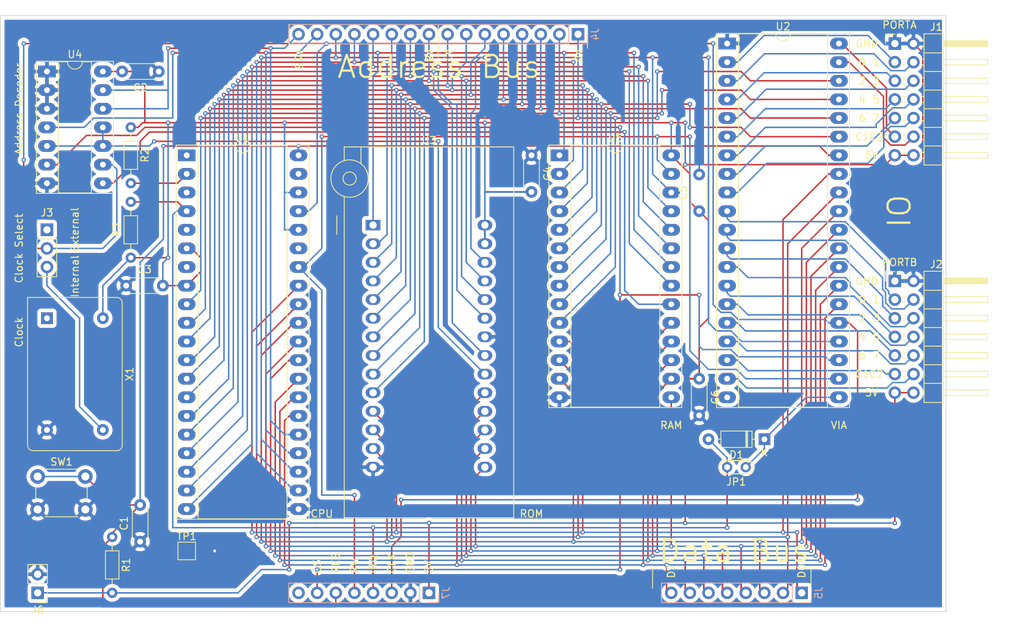
<source format=kicad_pcb>
(kicad_pcb (version 20171130) (host pcbnew "(5.1.5-0-10_14)")
  (layers (0 F.Cu signal) (31 B.Cu signal) (34 B.Paste user) (35 F.Paste user) (36 B.SilkS user) (37 F.SilkS user) (38 B.Mask user) (39 F.Mask user) (44 Edge.Cuts user))
  (net 0 "")
  (net 1 "Net-(U1-Pad1)")
  (net 2 "Net-(U1-Pad3)")
  (net 3 "Net-(U1-Pad5)")
  (net 4 "Net-(U1-Pad7)")
  (net 5 "Net-(U1-Pad35)")
  (net 6 "Net-(U1-Pad39)")
  (net 7 /D7)
  (net 8 /D6)
  (net 9 /D5)
  (net 10 /D4)
  (net 11 /D3)
  (net 12 /D2)
  (net 13 /D1)
  (net 14 /D0)
  (net 15 GND)
  (net 16 /A12)
  (net 17 /A13)
  (net 18 /A14)
  (net 19 /A15)
  (net 20 +5V)
  (net 21 /A0)
  (net 22 /A1)
  (net 23 /A2)
  (net 24 /A3)
  (net 25 /A4)
  (net 26 /A5)
  (net 27 /A6)
  (net 28 /A7)
  (net 29 /A8)
  (net 30 /A9)
  (net 31 /A10)
  (net 32 /A11)
  (net 33 /RES)
  (net 34 /RW)
  (net 35 /CA1)
  (net 36 /CA2)
  (net 37 /CB2)
  (net 38 /CB1)
  (net 39 /PB7)
  (net 40 /PB6)
  (net 41 /PB5)
  (net 42 /PB4)
  (net 43 /PB3)
  (net 44 /PB2)
  (net 45 /PB1)
  (net 46 /PB0)
  (net 47 /PA7)
  (net 48 /PA6)
  (net 49 /PA5)
  (net 50 /PA4)
  (net 51 /PA3)
  (net 52 /PA2)
  (net 53 /PA1)
  (net 54 /PA0)
  (net 55 "Net-(J3-Pad3)")
  (net 56 /CLK_IN)
  (net 57 "Net-(X1-Pad1)")
  (net 58 /IRQ)
  (net 59 /CS2)
  (net 60 /CS_RAM)
  (net 61 /CS_EE)
  (net 62 "Net-(J3-Pad1)")
  (net 63 "Net-(R2-Pad2)")
  (net 64 /IRQV1)
  (net 65 "Net-(J7-Pad8)")
  (module Connector_PinHeader_2.54mm:PinHeader_1x02_P2.54mm_Vertical (layer F.Cu) (at 78.74 132.08 180)
    (fp_text reference J6 (at 0 -2.33) (layer F.SilkS))
    (fp_text value Conn_01x02)
    (pad 2 thru_hole oval (at 0 2.54 180) (size 1.7 1.7) (drill 1) (layers *.Cu *.Mask) (net 15 GND))
    (pad 1 thru_hole rect (at 0 0 180) (size 1.7 1.7) (drill 1) (layers *.Cu *.Mask) (net 20 +5V))
  )
  (module Connector_PinHeader_2.54mm:PinHeader_1x08_P2.54mm_Vertical (layer B.Cu) (at 132.08 132.08 90)
    (fp_text reference J7 (at 0 2.33 -90) (layer B.SilkS) (effects (justify mirror)))
    (fp_text value Conn_01x08)
    (pad 8 thru_hole oval (at 0 -17.78 90) (size 1.7 1.7) (drill 1) (layers *.Cu *.Mask) (net 65 "Net-(J7-Pad8)"))
    (pad 7 thru_hole oval (at 0 -15.24 90) (size 1.7 1.7) (drill 1) (layers *.Cu *.Mask) (net 59 /CS2))
    (pad 6 thru_hole oval (at 0 -12.7 90) (size 1.7 1.7) (drill 1) (layers *.Cu *.Mask) (net 33 /RES))
    (pad 5 thru_hole oval (at 0 -10.16 90) (size 1.7 1.7) (drill 1) (layers *.Cu *.Mask) (net 34 /RW))
    (pad 4 thru_hole oval (at 0 -7.62 90) (size 1.7 1.7) (drill 1) (layers *.Cu *.Mask) (net 58 /IRQ))
    (pad 3 thru_hole oval (at 0 -5.08 90) (size 1.7 1.7) (drill 1) (layers *.Cu *.Mask) (net 56 /CLK_IN))
    (pad 2 thru_hole oval (at 0 -2.54 90) (size 1.7 1.7) (drill 1) (layers *.Cu *.Mask) (net 15 GND))
    (pad 1 thru_hole rect (at 0 0 90) (size 1.7 1.7) (drill 1) (layers *.Cu *.Mask) (net 20 +5V))
  )
  (module Capacitor_THT:C_Disc_D4.3mm_W1.9mm_P5.00mm (layer F.Cu) (at 168.91 102.87 270)
    (fp_text reference C6 (at 2.5 -2.2 90) (layer F.SilkS))
    (fp_text value 100nF)
    (pad 2 thru_hole circle (at 5 0 270) (size 1.6 1.6) (drill 0.8) (layers *.Cu *.Mask) (net 15 GND))
    (pad 1 thru_hole circle (at 0 0 270) (size 1.6 1.6) (drill 0.8) (layers *.Cu *.Mask) (net 20 +5V))
  )
  (module Capacitor_THT:C_Disc_D4.3mm_W1.9mm_P5.00mm (layer F.Cu) (at 168.91 80.01 90)
    (fp_text reference C5 (at 2.5 -2.2 90) (layer F.SilkS))
    (fp_text value 100nF)
    (pad 2 thru_hole circle (at 5 0 90) (size 1.6 1.6) (drill 0.8) (layers *.Cu *.Mask) (net 15 GND))
    (pad 1 thru_hole circle (at 0 0 90) (size 1.6 1.6) (drill 0.8) (layers *.Cu *.Mask) (net 20 +5V))
  )
  (module Capacitor_THT:C_Disc_D4.3mm_W1.9mm_P5.00mm (layer F.Cu) (at 146.05 72.39 270)
    (fp_text reference C4 (at 2.5 -2.2 90) (layer F.SilkS))
    (fp_text value 100nF)
    (pad 2 thru_hole circle (at 5 0 270) (size 1.6 1.6) (drill 0.8) (layers *.Cu *.Mask) (net 20 +5V))
    (pad 1 thru_hole circle (at 0 0 270) (size 1.6 1.6) (drill 0.8) (layers *.Cu *.Mask) (net 15 GND))
  )
  (module Capacitor_THT:C_Disc_D4.3mm_W1.9mm_P5.00mm (layer F.Cu) (at 90.805 90.17)
    (fp_text reference C3 (at 2.5 -2.2) (layer F.SilkS))
    (fp_text value 100nF)
    (pad 2 thru_hole circle (at 5 0) (size 1.6 1.6) (drill 0.8) (layers *.Cu *.Mask) (net 20 +5V))
    (pad 1 thru_hole circle (at 0 0) (size 1.6 1.6) (drill 0.8) (layers *.Cu *.Mask) (net 15 GND))
  )
  (module Capacitor_THT:C_Disc_D4.3mm_W1.9mm_P5.00mm (layer F.Cu) (at 95.25 60.96 180)
    (fp_text reference C2 (at 2.5 -2.2) (layer F.SilkS))
    (fp_text value 100nF)
    (pad 2 thru_hole circle (at 5 0 180) (size 1.6 1.6) (drill 0.8) (layers *.Cu *.Mask) (net 20 +5V))
    (pad 1 thru_hole circle (at 0 0 180) (size 1.6 1.6) (drill 0.8) (layers *.Cu *.Mask) (net 15 GND))
  )
  (module Capacitor_THT:C_Disc_D4.3mm_W1.9mm_P5.00mm (layer F.Cu) (at 92.71 125.095 90)
    (fp_text reference C1 (at 2.5 -2.2 90) (layer F.SilkS))
    (fp_text value 100nF)
    (pad 2 thru_hole circle (at 5 0 90) (size 1.6 1.6) (drill 0.8) (layers *.Cu *.Mask) (net 33 /RES))
    (pad 1 thru_hole circle (at 0 0 90) (size 1.6 1.6) (drill 0.8) (layers *.Cu *.Mask) (net 15 GND))
  )
  (module Package_DIP:DIP-28_W15.24mm_Socket_LongPads (layer F.Cu) (at 149.86 72.39)
    (fp_text reference U5 (at 7.62 -2.33) (layer F.SilkS))
    (fp_text value HM62256BLP)
    (pad 28 thru_hole oval (at 15.24 0) (size 2.4 1.6) (drill 0.8) (layers *.Cu *.Mask) (net 20 +5V))
    (pad 14 thru_hole oval (at 0 33.02) (size 2.4 1.6) (drill 0.8) (layers *.Cu *.Mask) (net 15 GND))
    (pad 27 thru_hole oval (at 15.24 2.54) (size 2.4 1.6) (drill 0.8) (layers *.Cu *.Mask) (net 34 /RW))
    (pad 13 thru_hole oval (at 0 30.48) (size 2.4 1.6) (drill 0.8) (layers *.Cu *.Mask) (net 12 /D2))
    (pad 26 thru_hole oval (at 15.24 5.08) (size 2.4 1.6) (drill 0.8) (layers *.Cu *.Mask) (net 17 /A13))
    (pad 12 thru_hole oval (at 0 27.94) (size 2.4 1.6) (drill 0.8) (layers *.Cu *.Mask) (net 13 /D1))
    (pad 25 thru_hole oval (at 15.24 7.62) (size 2.4 1.6) (drill 0.8) (layers *.Cu *.Mask) (net 29 /A8))
    (pad 11 thru_hole oval (at 0 25.4) (size 2.4 1.6) (drill 0.8) (layers *.Cu *.Mask) (net 14 /D0))
    (pad 24 thru_hole oval (at 15.24 10.16) (size 2.4 1.6) (drill 0.8) (layers *.Cu *.Mask) (net 30 /A9))
    (pad 10 thru_hole oval (at 0 22.86) (size 2.4 1.6) (drill 0.8) (layers *.Cu *.Mask) (net 21 /A0))
    (pad 23 thru_hole oval (at 15.24 12.7) (size 2.4 1.6) (drill 0.8) (layers *.Cu *.Mask) (net 32 /A11))
    (pad 9 thru_hole oval (at 0 20.32) (size 2.4 1.6) (drill 0.8) (layers *.Cu *.Mask) (net 22 /A1))
    (pad 22 thru_hole oval (at 15.24 15.24) (size 2.4 1.6) (drill 0.8) (layers *.Cu *.Mask) (net 18 /A14))
    (pad 8 thru_hole oval (at 0 17.78) (size 2.4 1.6) (drill 0.8) (layers *.Cu *.Mask) (net 23 /A2))
    (pad 21 thru_hole oval (at 15.24 17.78) (size 2.4 1.6) (drill 0.8) (layers *.Cu *.Mask) (net 31 /A10))
    (pad 7 thru_hole oval (at 0 15.24) (size 2.4 1.6) (drill 0.8) (layers *.Cu *.Mask) (net 24 /A3))
    (pad 20 thru_hole oval (at 15.24 20.32) (size 2.4 1.6) (drill 0.8) (layers *.Cu *.Mask) (net 60 /CS_RAM))
    (pad 6 thru_hole oval (at 0 12.7) (size 2.4 1.6) (drill 0.8) (layers *.Cu *.Mask) (net 25 /A4))
    (pad 19 thru_hole oval (at 15.24 22.86) (size 2.4 1.6) (drill 0.8) (layers *.Cu *.Mask) (net 7 /D7))
    (pad 5 thru_hole oval (at 0 10.16) (size 2.4 1.6) (drill 0.8) (layers *.Cu *.Mask) (net 26 /A5))
    (pad 18 thru_hole oval (at 15.24 25.4) (size 2.4 1.6) (drill 0.8) (layers *.Cu *.Mask) (net 8 /D6))
    (pad 4 thru_hole oval (at 0 7.62) (size 2.4 1.6) (drill 0.8) (layers *.Cu *.Mask) (net 27 /A6))
    (pad 17 thru_hole oval (at 15.24 27.94) (size 2.4 1.6) (drill 0.8) (layers *.Cu *.Mask) (net 9 /D5))
    (pad 3 thru_hole oval (at 0 5.08) (size 2.4 1.6) (drill 0.8) (layers *.Cu *.Mask) (net 28 /A7))
    (pad 16 thru_hole oval (at 15.24 30.48) (size 2.4 1.6) (drill 0.8) (layers *.Cu *.Mask) (net 10 /D4))
    (pad 2 thru_hole oval (at 0 2.54) (size 2.4 1.6) (drill 0.8) (layers *.Cu *.Mask) (net 16 /A12))
    (pad 15 thru_hole oval (at 15.24 33.02) (size 2.4 1.6) (drill 0.8) (layers *.Cu *.Mask) (net 11 /D3))
    (pad 1 thru_hole rect (at 0 0) (size 2.4 1.6) (drill 0.8) (layers *.Cu *.Mask) (net 18 /A14))
  )
  (module TestPoint:TestPoint_2Pads_Pitch2.54mm_Drill0.8mm (layer F.Cu) (at 175.26 114.935 180)
    (fp_text reference JP1 (at 1.3 -2) (layer F.SilkS))
    (fp_text value Jumper_2_Open)
    (pad 2 thru_hole circle (at 2.54 0 180) (size 1.4 1.4) (drill 0.8) (layers *.Cu *.Mask) (net 58 /IRQ))
    (pad 1 thru_hole circle (at 0 0 180) (size 1.4 1.4) (drill 0.8) (layers *.Cu *.Mask) (net 64 /IRQV1))
  )
  (module Diode_THT:D_DO-35_SOD27_P7.62mm_Horizontal (layer F.Cu) (at 177.8 111.125 180)
    (fp_text reference D1 (at 3.81 -2.12) (layer F.SilkS))
    (fp_text value D_Schottky)
    (fp_text user K (at 0 -1.8) (layer F.SilkS))
    (pad 2 thru_hole oval (at 7.62 0 180) (size 1.6 1.6) (drill 0.8) (layers *.Cu *.Mask) (net 58 /IRQ))
    (pad 1 thru_hole rect (at 0 0 180) (size 1.6 1.6) (drill 0.8) (layers *.Cu *.Mask) (net 64 /IRQV1))
  )
  (module TestPoint:TestPoint_Pad_2.0x2.0mm (layer F.Cu) (at 99.06 126.365)
    (fp_text reference TP1 (at 0 -1.998) (layer F.SilkS))
    (fp_text value "TP GND")
    (pad 1 smd rect (at 0 0) (size 2 2) (layers F.Cu F.Mask) (net 15 GND))
  )
  (module Resistor_THT:R_Axial_DIN0204_L3.6mm_D1.6mm_P7.62mm_Horizontal (layer F.Cu) (at 91.44 86.36 90)
    (fp_text reference R3 (at 3.81 -1.92 90) (layer F.SilkS))
    (fp_text value 3.3K)
    (pad 2 thru_hole oval (at 7.62 0 90) (size 1.4 1.4) (drill 0.7) (layers *.Cu *.Mask) (net 58 /IRQ))
    (pad 1 thru_hole circle (at 0 0 90) (size 1.4 1.4) (drill 0.7) (layers *.Cu *.Mask) (net 20 +5V))
  )
  (module Resistor_THT:R_Axial_DIN0204_L3.6mm_D1.6mm_P7.62mm_Horizontal (layer F.Cu) (at 91.44 68.58 270)
    (fp_text reference R2 (at 3.81 -1.92 90) (layer F.SilkS))
    (fp_text value 1K)
    (pad 2 thru_hole oval (at 7.62 0 270) (size 1.4 1.4) (drill 0.7) (layers *.Cu *.Mask) (net 63 "Net-(R2-Pad2)"))
    (pad 1 thru_hole circle (at 0 0 270) (size 1.4 1.4) (drill 0.7) (layers *.Cu *.Mask) (net 20 +5V))
  )
  (module Resistor_THT:R_Axial_DIN0204_L3.6mm_D1.6mm_P7.62mm_Horizontal (layer F.Cu) (at 88.9 124.46 270)
    (fp_text reference R1 (at 3.81 -1.92 90) (layer F.SilkS))
    (fp_text value 1K)
    (pad 2 thru_hole oval (at 7.62 0 270) (size 1.4 1.4) (drill 0.7) (layers *.Cu *.Mask) (net 20 +5V))
    (pad 1 thru_hole circle (at 0 0 270) (size 1.4 1.4) (drill 0.7) (layers *.Cu *.Mask) (net 33 /RES))
  )
  (module Connector_PinHeader_2.54mm:PinHeader_1x08_P2.54mm_Vertical (layer B.Cu) (at 182.88 132.08 90)
    (fp_text reference J5 (at 0 2.33 270) (layer B.SilkS) (effects (justify mirror)))
    (fp_text value Conn_01x08)
    (pad 8 thru_hole oval (at 0 -17.78 90) (size 1.7 1.7) (drill 1) (layers *.Cu *.Mask) (net 7 /D7))
    (pad 7 thru_hole oval (at 0 -15.24 90) (size 1.7 1.7) (drill 1) (layers *.Cu *.Mask) (net 8 /D6))
    (pad 6 thru_hole oval (at 0 -12.7 90) (size 1.7 1.7) (drill 1) (layers *.Cu *.Mask) (net 9 /D5))
    (pad 5 thru_hole oval (at 0 -10.16 90) (size 1.7 1.7) (drill 1) (layers *.Cu *.Mask) (net 10 /D4))
    (pad 4 thru_hole oval (at 0 -7.62 90) (size 1.7 1.7) (drill 1) (layers *.Cu *.Mask) (net 11 /D3))
    (pad 3 thru_hole oval (at 0 -5.08 90) (size 1.7 1.7) (drill 1) (layers *.Cu *.Mask) (net 12 /D2))
    (pad 2 thru_hole oval (at 0 -2.54 90) (size 1.7 1.7) (drill 1) (layers *.Cu *.Mask) (net 13 /D1))
    (pad 1 thru_hole rect (at 0 0 90) (size 1.7 1.7) (drill 1) (layers *.Cu *.Mask) (net 14 /D0))
  )
  (module Connector_PinHeader_2.54mm:PinHeader_1x16_P2.54mm_Vertical (layer B.Cu) (at 152.4 55.88 90)
    (fp_text reference J4 (at 0 2.33 270) (layer B.SilkS) (effects (justify mirror)))
    (fp_text value Conn_01x16)
    (pad 16 thru_hole oval (at 0 -38.1 90) (size 1.7 1.7) (drill 1) (layers *.Cu *.Mask) (net 19 /A15))
    (pad 15 thru_hole oval (at 0 -35.56 90) (size 1.7 1.7) (drill 1) (layers *.Cu *.Mask) (net 18 /A14))
    (pad 14 thru_hole oval (at 0 -33.02 90) (size 1.7 1.7) (drill 1) (layers *.Cu *.Mask) (net 17 /A13))
    (pad 13 thru_hole oval (at 0 -30.48 90) (size 1.7 1.7) (drill 1) (layers *.Cu *.Mask) (net 16 /A12))
    (pad 12 thru_hole oval (at 0 -27.94 90) (size 1.7 1.7) (drill 1) (layers *.Cu *.Mask) (net 32 /A11))
    (pad 11 thru_hole oval (at 0 -25.4 90) (size 1.7 1.7) (drill 1) (layers *.Cu *.Mask) (net 31 /A10))
    (pad 10 thru_hole oval (at 0 -22.86 90) (size 1.7 1.7) (drill 1) (layers *.Cu *.Mask) (net 30 /A9))
    (pad 9 thru_hole oval (at 0 -20.32 90) (size 1.7 1.7) (drill 1) (layers *.Cu *.Mask) (net 29 /A8))
    (pad 8 thru_hole oval (at 0 -17.78 90) (size 1.7 1.7) (drill 1) (layers *.Cu *.Mask) (net 28 /A7))
    (pad 7 thru_hole oval (at 0 -15.24 90) (size 1.7 1.7) (drill 1) (layers *.Cu *.Mask) (net 27 /A6))
    (pad 6 thru_hole oval (at 0 -12.7 90) (size 1.7 1.7) (drill 1) (layers *.Cu *.Mask) (net 26 /A5))
    (pad 5 thru_hole oval (at 0 -10.16 90) (size 1.7 1.7) (drill 1) (layers *.Cu *.Mask) (net 25 /A4))
    (pad 4 thru_hole oval (at 0 -7.62 90) (size 1.7 1.7) (drill 1) (layers *.Cu *.Mask) (net 24 /A3))
    (pad 3 thru_hole oval (at 0 -5.08 90) (size 1.7 1.7) (drill 1) (layers *.Cu *.Mask) (net 23 /A2))
    (pad 2 thru_hole oval (at 0 -2.54 90) (size 1.7 1.7) (drill 1) (layers *.Cu *.Mask) (net 22 /A1))
    (pad 1 thru_hole rect (at 0 0 90) (size 1.7 1.7) (drill 1) (layers *.Cu *.Mask) (net 21 /A0))
  )
  (module Socket:DIP_Socket-28_W11.9_W12.7_W15.24_W17.78_W18.5_3M_228-1277-00-0602J (layer F.Cu) (at 124.46 81.915)
    (fp_text reference U3 (at 7.62 -11.56) (layer F.SilkS))
    (fp_text value 28C256)
    (pad 15 thru_hole oval (at 15.24 33.02) (size 2 1.44) (drill 1) (layers *.Cu *.Mask) (net 11 /D3))
    (pad 14 thru_hole oval (at 0 33.02) (size 2 1.44) (drill 1) (layers *.Cu *.Mask) (net 15 GND))
    (pad 16 thru_hole oval (at 15.24 30.48) (size 2 1.44) (drill 1) (layers *.Cu *.Mask) (net 10 /D4))
    (pad 13 thru_hole oval (at 0 30.48) (size 2 1.44) (drill 1) (layers *.Cu *.Mask) (net 12 /D2))
    (pad 17 thru_hole oval (at 15.24 27.94) (size 2 1.44) (drill 1) (layers *.Cu *.Mask) (net 9 /D5))
    (pad 12 thru_hole oval (at 0 27.94) (size 2 1.44) (drill 1) (layers *.Cu *.Mask) (net 13 /D1))
    (pad 18 thru_hole oval (at 15.24 25.4) (size 2 1.44) (drill 1) (layers *.Cu *.Mask) (net 8 /D6))
    (pad 11 thru_hole oval (at 0 25.4) (size 2 1.44) (drill 1) (layers *.Cu *.Mask) (net 14 /D0))
    (pad 19 thru_hole oval (at 15.24 22.86) (size 2 1.44) (drill 1) (layers *.Cu *.Mask) (net 7 /D7))
    (pad 10 thru_hole oval (at 0 22.86) (size 2 1.44) (drill 1) (layers *.Cu *.Mask) (net 21 /A0))
    (pad 20 thru_hole oval (at 15.24 20.32) (size 2 1.44) (drill 1) (layers *.Cu *.Mask) (net 61 /CS_EE))
    (pad 9 thru_hole oval (at 0 20.32) (size 2 1.44) (drill 1) (layers *.Cu *.Mask) (net 22 /A1))
    (pad 21 thru_hole oval (at 15.24 17.78) (size 2 1.44) (drill 1) (layers *.Cu *.Mask) (net 31 /A10))
    (pad 8 thru_hole oval (at 0 17.78) (size 2 1.44) (drill 1) (layers *.Cu *.Mask) (net 23 /A2))
    (pad 22 thru_hole oval (at 15.24 15.24) (size 2 1.44) (drill 1) (layers *.Cu *.Mask) (net 15 GND))
    (pad 7 thru_hole oval (at 0 15.24) (size 2 1.44) (drill 1) (layers *.Cu *.Mask) (net 24 /A3))
    (pad 23 thru_hole oval (at 15.24 12.7) (size 2 1.44) (drill 1) (layers *.Cu *.Mask) (net 32 /A11))
    (pad 6 thru_hole oval (at 0 12.7) (size 2 1.44) (drill 1) (layers *.Cu *.Mask) (net 25 /A4))
    (pad 24 thru_hole oval (at 15.24 10.16) (size 2 1.44) (drill 1) (layers *.Cu *.Mask) (net 30 /A9))
    (pad 5 thru_hole oval (at 0 10.16) (size 2 1.44) (drill 1) (layers *.Cu *.Mask) (net 26 /A5))
    (pad 25 thru_hole oval (at 15.24 7.62) (size 2 1.44) (drill 1) (layers *.Cu *.Mask) (net 29 /A8))
    (pad 4 thru_hole oval (at 0 7.62) (size 2 1.44) (drill 1) (layers *.Cu *.Mask) (net 27 /A6))
    (pad 26 thru_hole oval (at 15.24 5.08) (size 2 1.44) (drill 1) (layers *.Cu *.Mask) (net 17 /A13))
    (pad 3 thru_hole oval (at 0 5.08) (size 2 1.44) (drill 1) (layers *.Cu *.Mask) (net 28 /A7))
    (pad 27 thru_hole oval (at 15.24 2.54) (size 2 1.44) (drill 1) (layers *.Cu *.Mask) (net 20 +5V))
    (pad 2 thru_hole oval (at 0 2.54) (size 2 1.44) (drill 1) (layers *.Cu *.Mask) (net 16 /A12))
    (pad 28 thru_hole oval (at 15.24 0) (size 2 1.44) (drill 1) (layers *.Cu *.Mask) (net 20 +5V))
    (pad 1 thru_hole rect (at 0 0) (size 2 1.44) (drill 1) (layers *.Cu *.Mask) (net 18 /A14))
  )
  (module Oscillator:Oscillator_DIP-14 (layer F.Cu) (at 80.01 94.615 270)
    (fp_text reference X1 (at 7.62 -11.26 90) (layer F.SilkS))
    (fp_text value 1MHz)
    (pad 7 thru_hole circle (at 15.24 0 270) (size 1.6 1.6) (drill 0.8) (layers *.Cu *.Mask) (net 15 GND))
    (pad 8 thru_hole circle (at 15.24 -7.62 270) (size 1.6 1.6) (drill 0.8) (layers *.Cu *.Mask) (net 55 "Net-(J3-Pad3)"))
    (pad 14 thru_hole circle (at 0 -7.62 270) (size 1.6 1.6) (drill 0.8) (layers *.Cu *.Mask) (net 20 +5V))
    (pad 1 thru_hole rect (at 0 0 270) (size 1.6 1.6) (drill 0.8) (layers *.Cu *.Mask) (net 57 "Net-(X1-Pad1)"))
  )
  (module Connector_PinHeader_2.54mm:PinHeader_1x03_P2.54mm_Vertical (layer F.Cu) (at 80.01 82.55)
    (fp_text reference J3 (at 0 -2.33) (layer F.SilkS))
    (fp_text value Conn_01x03)
    (pad 3 thru_hole oval (at 0 5.08) (size 1.7 1.7) (drill 1) (layers *.Cu *.Mask) (net 55 "Net-(J3-Pad3)"))
    (pad 2 thru_hole oval (at 0 2.54) (size 1.7 1.7) (drill 1) (layers *.Cu *.Mask) (net 56 /CLK_IN))
    (pad 1 thru_hole rect (at 0 0) (size 1.7 1.7) (drill 1) (layers *.Cu *.Mask) (net 62 "Net-(J3-Pad1)"))
  )
  (module Connector_PinHeader_2.54mm:PinHeader_2x07_P2.54mm_Horizontal (layer F.Cu) (at 195.58 89.535)
    (fp_text reference J2 (at 5.655 -2.27) (layer F.SilkS))
    (fp_text value Conn_02x07_Counter_Clockwise)
    (pad 14 thru_hole oval (at 2.54 15.24) (size 1.7 1.7) (drill 1) (layers *.Cu *.Mask) (net 20 +5V))
    (pad 13 thru_hole oval (at 0 15.24) (size 1.7 1.7) (drill 1) (layers *.Cu *.Mask) (net 20 +5V))
    (pad 12 thru_hole oval (at 2.54 12.7) (size 1.7 1.7) (drill 1) (layers *.Cu *.Mask) (net 37 /CB2))
    (pad 11 thru_hole oval (at 0 12.7) (size 1.7 1.7) (drill 1) (layers *.Cu *.Mask) (net 38 /CB1))
    (pad 10 thru_hole oval (at 2.54 10.16) (size 1.7 1.7) (drill 1) (layers *.Cu *.Mask) (net 39 /PB7))
    (pad 9 thru_hole oval (at 0 10.16) (size 1.7 1.7) (drill 1) (layers *.Cu *.Mask) (net 40 /PB6))
    (pad 8 thru_hole oval (at 2.54 7.62) (size 1.7 1.7) (drill 1) (layers *.Cu *.Mask) (net 41 /PB5))
    (pad 7 thru_hole oval (at 0 7.62) (size 1.7 1.7) (drill 1) (layers *.Cu *.Mask) (net 42 /PB4))
    (pad 6 thru_hole oval (at 2.54 5.08) (size 1.7 1.7) (drill 1) (layers *.Cu *.Mask) (net 43 /PB3))
    (pad 5 thru_hole oval (at 0 5.08) (size 1.7 1.7) (drill 1) (layers *.Cu *.Mask) (net 44 /PB2))
    (pad 4 thru_hole oval (at 2.54 2.54) (size 1.7 1.7) (drill 1) (layers *.Cu *.Mask) (net 45 /PB1))
    (pad 3 thru_hole oval (at 0 2.54) (size 1.7 1.7) (drill 1) (layers *.Cu *.Mask) (net 46 /PB0))
    (pad 2 thru_hole oval (at 2.54 0) (size 1.7 1.7) (drill 1) (layers *.Cu *.Mask) (net 15 GND))
    (pad 1 thru_hole rect (at 0 0) (size 1.7 1.7) (drill 1) (layers *.Cu *.Mask) (net 15 GND))
  )
  (module Connector_PinHeader_2.54mm:PinHeader_2x07_P2.54mm_Horizontal (layer F.Cu) (at 195.58 57.15)
    (fp_text reference J1 (at 5.655 -2.27) (layer F.SilkS))
    (fp_text value Conn_02x07_Counter_Clockwise)
    (pad 14 thru_hole oval (at 2.54 15.24) (size 1.7 1.7) (drill 1) (layers *.Cu *.Mask) (net 20 +5V))
    (pad 13 thru_hole oval (at 0 15.24) (size 1.7 1.7) (drill 1) (layers *.Cu *.Mask) (net 20 +5V))
    (pad 12 thru_hole oval (at 2.54 12.7) (size 1.7 1.7) (drill 1) (layers *.Cu *.Mask) (net 36 /CA2))
    (pad 11 thru_hole oval (at 0 12.7) (size 1.7 1.7) (drill 1) (layers *.Cu *.Mask) (net 35 /CA1))
    (pad 10 thru_hole oval (at 2.54 10.16) (size 1.7 1.7) (drill 1) (layers *.Cu *.Mask) (net 47 /PA7))
    (pad 9 thru_hole oval (at 0 10.16) (size 1.7 1.7) (drill 1) (layers *.Cu *.Mask) (net 48 /PA6))
    (pad 8 thru_hole oval (at 2.54 7.62) (size 1.7 1.7) (drill 1) (layers *.Cu *.Mask) (net 49 /PA5))
    (pad 7 thru_hole oval (at 0 7.62) (size 1.7 1.7) (drill 1) (layers *.Cu *.Mask) (net 50 /PA4))
    (pad 6 thru_hole oval (at 2.54 5.08) (size 1.7 1.7) (drill 1) (layers *.Cu *.Mask) (net 51 /PA3))
    (pad 5 thru_hole oval (at 0 5.08) (size 1.7 1.7) (drill 1) (layers *.Cu *.Mask) (net 52 /PA2))
    (pad 4 thru_hole oval (at 2.54 2.54) (size 1.7 1.7) (drill 1) (layers *.Cu *.Mask) (net 53 /PA1))
    (pad 3 thru_hole oval (at 0 2.54) (size 1.7 1.7) (drill 1) (layers *.Cu *.Mask) (net 54 /PA0))
    (pad 2 thru_hole oval (at 2.54 0) (size 1.7 1.7) (drill 1) (layers *.Cu *.Mask) (net 15 GND))
    (pad 1 thru_hole rect (at 0 0) (size 1.7 1.7) (drill 1) (layers *.Cu *.Mask) (net 15 GND))
  )
  (module Package_DIP:DIP-14_W7.62mm_Socket_LongPads (layer F.Cu) (at 80.01 60.96)
    (fp_text reference U4 (at 3.81 -2.33) (layer F.SilkS))
    (fp_text value 74HC00)
    (pad 14 thru_hole oval (at 7.62 0) (size 2.4 1.6) (drill 0.8) (layers *.Cu *.Mask) (net 20 +5V))
    (pad 7 thru_hole oval (at 0 15.24) (size 2.4 1.6) (drill 0.8) (layers *.Cu *.Mask) (net 15 GND))
    (pad 13 thru_hole oval (at 7.62 2.54) (size 2.4 1.6) (drill 0.8) (layers *.Cu *.Mask) (net 19 /A15))
    (pad 6 thru_hole oval (at 0 12.7) (size 2.4 1.6) (drill 0.8) (layers *.Cu *.Mask) (net 59 /CS2))
    (pad 12 thru_hole oval (at 7.62 5.08) (size 2.4 1.6) (drill 0.8) (layers *.Cu *.Mask) (net 19 /A15))
    (pad 5 thru_hole oval (at 0 10.16) (size 2.4 1.6) (drill 0.8) (layers *.Cu *.Mask) (net 61 /CS_EE))
    (pad 11 thru_hole oval (at 7.62 7.62) (size 2.4 1.6) (drill 0.8) (layers *.Cu *.Mask) (net 61 /CS_EE))
    (pad 4 thru_hole oval (at 0 7.62) (size 2.4 1.6) (drill 0.8) (layers *.Cu *.Mask) (net 18 /A14))
    (pad 10 thru_hole oval (at 7.62 10.16) (size 2.4 1.6) (drill 0.8) (layers *.Cu *.Mask) (net 61 /CS_EE))
    (pad 3 thru_hole oval (at 0 5.08) (size 2.4 1.6) (drill 0.8) (layers *.Cu *.Mask) (net 15 GND))
    (pad 9 thru_hole oval (at 7.62 12.7) (size 2.4 1.6) (drill 0.8) (layers *.Cu *.Mask) (net 56 /CLK_IN))
    (pad 2 thru_hole oval (at 0 2.54) (size 2.4 1.6) (drill 0.8) (layers *.Cu *.Mask) (net 15 GND))
    (pad 8 thru_hole oval (at 7.62 15.24) (size 2.4 1.6) (drill 0.8) (layers *.Cu *.Mask) (net 60 /CS_RAM))
    (pad 1 thru_hole rect (at 0 0) (size 2.4 1.6) (drill 0.8) (layers *.Cu *.Mask) (net 15 GND))
  )
  (module Package_DIP:DIP-40_W15.24mm_Socket_LongPads (layer F.Cu) (at 172.72 57.15)
    (fp_text reference U2 (at 7.62 -2.33) (layer F.SilkS))
    (fp_text value W65C22SxP)
    (pad 40 thru_hole oval (at 15.24 0) (size 2.4 1.6) (drill 0.8) (layers *.Cu *.Mask) (net 35 /CA1))
    (pad 20 thru_hole oval (at 0 48.26) (size 2.4 1.6) (drill 0.8) (layers *.Cu *.Mask) (net 20 +5V))
    (pad 39 thru_hole oval (at 15.24 2.54) (size 2.4 1.6) (drill 0.8) (layers *.Cu *.Mask) (net 36 /CA2))
    (pad 19 thru_hole oval (at 0 45.72) (size 2.4 1.6) (drill 0.8) (layers *.Cu *.Mask) (net 37 /CB2))
    (pad 38 thru_hole oval (at 15.24 5.08) (size 2.4 1.6) (drill 0.8) (layers *.Cu *.Mask) (net 21 /A0))
    (pad 18 thru_hole oval (at 0 43.18) (size 2.4 1.6) (drill 0.8) (layers *.Cu *.Mask) (net 38 /CB1))
    (pad 37 thru_hole oval (at 15.24 7.62) (size 2.4 1.6) (drill 0.8) (layers *.Cu *.Mask) (net 22 /A1))
    (pad 17 thru_hole oval (at 0 40.64) (size 2.4 1.6) (drill 0.8) (layers *.Cu *.Mask) (net 39 /PB7))
    (pad 36 thru_hole oval (at 15.24 10.16) (size 2.4 1.6) (drill 0.8) (layers *.Cu *.Mask) (net 23 /A2))
    (pad 16 thru_hole oval (at 0 38.1) (size 2.4 1.6) (drill 0.8) (layers *.Cu *.Mask) (net 40 /PB6))
    (pad 35 thru_hole oval (at 15.24 12.7) (size 2.4 1.6) (drill 0.8) (layers *.Cu *.Mask) (net 24 /A3))
    (pad 15 thru_hole oval (at 0 35.56) (size 2.4 1.6) (drill 0.8) (layers *.Cu *.Mask) (net 41 /PB5))
    (pad 34 thru_hole oval (at 15.24 15.24) (size 2.4 1.6) (drill 0.8) (layers *.Cu *.Mask) (net 33 /RES))
    (pad 14 thru_hole oval (at 0 33.02) (size 2.4 1.6) (drill 0.8) (layers *.Cu *.Mask) (net 42 /PB4))
    (pad 33 thru_hole oval (at 15.24 17.78) (size 2.4 1.6) (drill 0.8) (layers *.Cu *.Mask) (net 14 /D0))
    (pad 13 thru_hole oval (at 0 30.48) (size 2.4 1.6) (drill 0.8) (layers *.Cu *.Mask) (net 43 /PB3))
    (pad 32 thru_hole oval (at 15.24 20.32) (size 2.4 1.6) (drill 0.8) (layers *.Cu *.Mask) (net 13 /D1))
    (pad 12 thru_hole oval (at 0 27.94) (size 2.4 1.6) (drill 0.8) (layers *.Cu *.Mask) (net 44 /PB2))
    (pad 31 thru_hole oval (at 15.24 22.86) (size 2.4 1.6) (drill 0.8) (layers *.Cu *.Mask) (net 12 /D2))
    (pad 11 thru_hole oval (at 0 25.4) (size 2.4 1.6) (drill 0.8) (layers *.Cu *.Mask) (net 45 /PB1))
    (pad 30 thru_hole oval (at 15.24 25.4) (size 2.4 1.6) (drill 0.8) (layers *.Cu *.Mask) (net 11 /D3))
    (pad 10 thru_hole oval (at 0 22.86) (size 2.4 1.6) (drill 0.8) (layers *.Cu *.Mask) (net 46 /PB0))
    (pad 29 thru_hole oval (at 15.24 27.94) (size 2.4 1.6) (drill 0.8) (layers *.Cu *.Mask) (net 10 /D4))
    (pad 9 thru_hole oval (at 0 20.32) (size 2.4 1.6) (drill 0.8) (layers *.Cu *.Mask) (net 47 /PA7))
    (pad 28 thru_hole oval (at 15.24 30.48) (size 2.4 1.6) (drill 0.8) (layers *.Cu *.Mask) (net 9 /D5))
    (pad 8 thru_hole oval (at 0 17.78) (size 2.4 1.6) (drill 0.8) (layers *.Cu *.Mask) (net 48 /PA6))
    (pad 27 thru_hole oval (at 15.24 33.02) (size 2.4 1.6) (drill 0.8) (layers *.Cu *.Mask) (net 8 /D6))
    (pad 7 thru_hole oval (at 0 15.24) (size 2.4 1.6) (drill 0.8) (layers *.Cu *.Mask) (net 49 /PA5))
    (pad 26 thru_hole oval (at 15.24 35.56) (size 2.4 1.6) (drill 0.8) (layers *.Cu *.Mask) (net 7 /D7))
    (pad 6 thru_hole oval (at 0 12.7) (size 2.4 1.6) (drill 0.8) (layers *.Cu *.Mask) (net 50 /PA4))
    (pad 25 thru_hole oval (at 15.24 38.1) (size 2.4 1.6) (drill 0.8) (layers *.Cu *.Mask) (net 56 /CLK_IN))
    (pad 5 thru_hole oval (at 0 10.16) (size 2.4 1.6) (drill 0.8) (layers *.Cu *.Mask) (net 51 /PA3))
    (pad 24 thru_hole oval (at 15.24 40.64) (size 2.4 1.6) (drill 0.8) (layers *.Cu *.Mask) (net 17 /A13))
    (pad 4 thru_hole oval (at 0 7.62) (size 2.4 1.6) (drill 0.8) (layers *.Cu *.Mask) (net 52 /PA2))
    (pad 23 thru_hole oval (at 15.24 43.18) (size 2.4 1.6) (drill 0.8) (layers *.Cu *.Mask) (net 59 /CS2))
    (pad 3 thru_hole oval (at 0 5.08) (size 2.4 1.6) (drill 0.8) (layers *.Cu *.Mask) (net 53 /PA1))
    (pad 22 thru_hole oval (at 15.24 45.72) (size 2.4 1.6) (drill 0.8) (layers *.Cu *.Mask) (net 34 /RW))
    (pad 2 thru_hole oval (at 0 2.54) (size 2.4 1.6) (drill 0.8) (layers *.Cu *.Mask) (net 54 /PA0))
    (pad 21 thru_hole oval (at 15.24 48.26) (size 2.4 1.6) (drill 0.8) (layers *.Cu *.Mask) (net 64 /IRQV1))
    (pad 1 thru_hole rect (at 0 0) (size 2.4 1.6) (drill 0.8) (layers *.Cu *.Mask) (net 15 GND))
  )
  (module Package_DIP:DIP-40_W15.24mm_Socket_LongPads (layer F.Cu) (at 99.06 72.39)
    (fp_text reference U1 (at 7.62 -2.33) (layer F.SilkS))
    (fp_text value W65C02SxP)
    (pad 40 thru_hole oval (at 15.24 0) (size 2.4 1.6) (drill 0.8) (layers *.Cu *.Mask) (net 33 /RES))
    (pad 20 thru_hole oval (at 0 48.26) (size 2.4 1.6) (drill 0.8) (layers *.Cu *.Mask) (net 32 /A11))
    (pad 39 thru_hole oval (at 15.24 2.54) (size 2.4 1.6) (drill 0.8) (layers *.Cu *.Mask) (net 6 "Net-(U1-Pad39)"))
    (pad 19 thru_hole oval (at 0 45.72) (size 2.4 1.6) (drill 0.8) (layers *.Cu *.Mask) (net 31 /A10))
    (pad 38 thru_hole oval (at 15.24 5.08) (size 2.4 1.6) (drill 0.8) (layers *.Cu *.Mask) (net 20 +5V))
    (pad 18 thru_hole oval (at 0 43.18) (size 2.4 1.6) (drill 0.8) (layers *.Cu *.Mask) (net 30 /A9))
    (pad 37 thru_hole oval (at 15.24 7.62) (size 2.4 1.6) (drill 0.8) (layers *.Cu *.Mask) (net 56 /CLK_IN))
    (pad 17 thru_hole oval (at 0 40.64) (size 2.4 1.6) (drill 0.8) (layers *.Cu *.Mask) (net 29 /A8))
    (pad 36 thru_hole oval (at 15.24 10.16) (size 2.4 1.6) (drill 0.8) (layers *.Cu *.Mask) (net 20 +5V))
    (pad 16 thru_hole oval (at 0 38.1) (size 2.4 1.6) (drill 0.8) (layers *.Cu *.Mask) (net 28 /A7))
    (pad 35 thru_hole oval (at 15.24 12.7) (size 2.4 1.6) (drill 0.8) (layers *.Cu *.Mask) (net 5 "Net-(U1-Pad35)"))
    (pad 15 thru_hole oval (at 0 35.56) (size 2.4 1.6) (drill 0.8) (layers *.Cu *.Mask) (net 27 /A6))
    (pad 34 thru_hole oval (at 15.24 15.24) (size 2.4 1.6) (drill 0.8) (layers *.Cu *.Mask) (net 34 /RW))
    (pad 14 thru_hole oval (at 0 33.02) (size 2.4 1.6) (drill 0.8) (layers *.Cu *.Mask) (net 26 /A5))
    (pad 33 thru_hole oval (at 15.24 17.78) (size 2.4 1.6) (drill 0.8) (layers *.Cu *.Mask) (net 14 /D0))
    (pad 13 thru_hole oval (at 0 30.48) (size 2.4 1.6) (drill 0.8) (layers *.Cu *.Mask) (net 25 /A4))
    (pad 32 thru_hole oval (at 15.24 20.32) (size 2.4 1.6) (drill 0.8) (layers *.Cu *.Mask) (net 13 /D1))
    (pad 12 thru_hole oval (at 0 27.94) (size 2.4 1.6) (drill 0.8) (layers *.Cu *.Mask) (net 24 /A3))
    (pad 31 thru_hole oval (at 15.24 22.86) (size 2.4 1.6) (drill 0.8) (layers *.Cu *.Mask) (net 12 /D2))
    (pad 11 thru_hole oval (at 0 25.4) (size 2.4 1.6) (drill 0.8) (layers *.Cu *.Mask) (net 23 /A2))
    (pad 30 thru_hole oval (at 15.24 25.4) (size 2.4 1.6) (drill 0.8) (layers *.Cu *.Mask) (net 11 /D3))
    (pad 10 thru_hole oval (at 0 22.86) (size 2.4 1.6) (drill 0.8) (layers *.Cu *.Mask) (net 22 /A1))
    (pad 29 thru_hole oval (at 15.24 27.94) (size 2.4 1.6) (drill 0.8) (layers *.Cu *.Mask) (net 10 /D4))
    (pad 9 thru_hole oval (at 0 20.32) (size 2.4 1.6) (drill 0.8) (layers *.Cu *.Mask) (net 21 /A0))
    (pad 28 thru_hole oval (at 15.24 30.48) (size 2.4 1.6) (drill 0.8) (layers *.Cu *.Mask) (net 9 /D5))
    (pad 8 thru_hole oval (at 0 17.78) (size 2.4 1.6) (drill 0.8) (layers *.Cu *.Mask) (net 20 +5V))
    (pad 27 thru_hole oval (at 15.24 33.02) (size 2.4 1.6) (drill 0.8) (layers *.Cu *.Mask) (net 8 /D6))
    (pad 7 thru_hole oval (at 0 15.24) (size 2.4 1.6) (drill 0.8) (layers *.Cu *.Mask) (net 4 "Net-(U1-Pad7)"))
    (pad 26 thru_hole oval (at 15.24 35.56) (size 2.4 1.6) (drill 0.8) (layers *.Cu *.Mask) (net 7 /D7))
    (pad 6 thru_hole oval (at 0 12.7) (size 2.4 1.6) (drill 0.8) (layers *.Cu *.Mask) (net 20 +5V))
    (pad 25 thru_hole oval (at 15.24 38.1) (size 2.4 1.6) (drill 0.8) (layers *.Cu *.Mask) (net 19 /A15))
    (pad 5 thru_hole oval (at 0 10.16) (size 2.4 1.6) (drill 0.8) (layers *.Cu *.Mask) (net 3 "Net-(U1-Pad5)"))
    (pad 24 thru_hole oval (at 15.24 40.64) (size 2.4 1.6) (drill 0.8) (layers *.Cu *.Mask) (net 18 /A14))
    (pad 4 thru_hole oval (at 0 7.62) (size 2.4 1.6) (drill 0.8) (layers *.Cu *.Mask) (net 58 /IRQ))
    (pad 23 thru_hole oval (at 15.24 43.18) (size 2.4 1.6) (drill 0.8) (layers *.Cu *.Mask) (net 17 /A13))
    (pad 3 thru_hole oval (at 0 5.08) (size 2.4 1.6) (drill 0.8) (layers *.Cu *.Mask) (net 2 "Net-(U1-Pad3)"))
    (pad 22 thru_hole oval (at 15.24 45.72) (size 2.4 1.6) (drill 0.8) (layers *.Cu *.Mask) (net 16 /A12))
    (pad 2 thru_hole oval (at 0 2.54) (size 2.4 1.6) (drill 0.8) (layers *.Cu *.Mask) (net 63 "Net-(R2-Pad2)"))
    (pad 21 thru_hole oval (at 15.24 48.26) (size 2.4 1.6) (drill 0.8) (layers *.Cu *.Mask) (net 15 GND))
    (pad 1 thru_hole rect (at 0 0) (size 2.4 1.6) (drill 0.8) (layers *.Cu *.Mask) (net 1 "Net-(U1-Pad1)"))
  )
  (module Button_Switch_THT:SW_PUSH_6mm (layer F.Cu) (at 78.74 116.205)
    (fp_text reference SW1 (at 3.25 -2) (layer F.SilkS))
    (fp_text value Reset)
    (pad 1 thru_hole circle (at 6.5 0 90) (size 2 2) (drill 1.1) (layers *.Cu *.Mask) (net 33 /RES))
    (pad 2 thru_hole circle (at 6.5 4.5 90) (size 2 2) (drill 1.1) (layers *.Cu *.Mask) (net 15 GND))
    (pad 1 thru_hole circle (at 0 0 90) (size 2 2) (drill 1.1) (layers *.Cu *.Mask) (net 33 /RES))
    (pad 2 thru_hole circle (at 0 4.5 90) (size 2 2) (drill 1.1) (layers *.Cu *.Mask) (net 15 GND))
  )
  (gr_text 5V (at 132.08 129.54 90) (layer F.SilkS) (effects (font (size 1 1)) (justify left)))
  (gr_text GND (at 129.54 129.54 90) (layer F.SilkS) (effects (font (size 1 1)) (justify left)))
  (gr_text CLK (at 127 129.54 90) (layer F.SilkS) (effects (font (size 1 1)) (justify left)))
  (gr_text IRQ (at 124.46 129.54 90) (layer F.SilkS) (effects (font (size 1 1)) (justify left)))
  (gr_text RW (at 121.92 129.54 90) (layer F.SilkS) (effects (font (size 1 1)) (justify left)))
  (gr_text RES (at 119.38 129.54 90) (layer F.SilkS) (effects (font (size 1 1)) (justify left)))
  (gr_text CS (at 116.84 129.54 90) (layer F.SilkS) (effects (font (size 1 1)) (justify left)))
  (gr_line (start 133.35 59.055) (end 133.35 54.61) (layer F.SilkS) (width 0.12))
  (gr_text A7 (at 134.62 57.785 270) (layer F.SilkS) (effects (font (size 1 1)) (justify left)))
  (gr_text A8 (at 132.08 57.785 270) (layer F.SilkS) (effects (font (size 1 1)) (justify left)))
  (gr_text D0 (at 182.88 130.175 90) (layer F.SilkS) (effects (font (size 1 1)) (justify left)))
  (gr_text D7 (at 165.1 130.175 90) (layer F.SilkS) (effects (font (size 1 1)) (justify left)))
  (gr_line (start 184.15 131.445) (end 184.15 128.905) (layer F.SilkS) (width 0.12))
  (gr_line (start 162.56 131.445) (end 162.56 128.905) (layer F.SilkS) (width 0.12))
  (gr_text A15 (at 114.3 57.785 270) (layer F.SilkS) (effects (font (size 1 1)) (justify left)))
  (gr_text A0 (at 152.4 57.785 270) (layer F.SilkS) (effects (font (size 1 1)) (justify left)))
  (gr_line (start 113.03 57.785) (end 113.03 54.61) (layer F.SilkS) (width 0.12))
  (gr_line (start 153.67 57.785) (end 153.67 54.61) (layer F.SilkS) (width 0.12))
  (gr_text Clock (at 76.2 96.52 90) (layer F.SilkS) (effects (font (size 1 1))))
  (gr_text "Address Decoder" (at 76.2 66.04 90) (layer F.SilkS) (effects (font (size 1 1))))
  (gr_text "5V\n" (at 192.405 104.775) (layer F.SilkS) (effects (font (size 1 1))))
  (gr_text 6 (at 191.135 99.695) (layer F.SilkS) (effects (font (size 1 1))))
  (gr_text C2 (at 193.04 102.235) (layer F.SilkS) (effects (font (size 1 1))))
  (gr_text 7 (at 193.04 99.695) (layer F.SilkS) (effects (font (size 1 1))))
  (gr_text 1 (at 193.04 92.075) (layer F.SilkS) (effects (font (size 1 1))))
  (gr_text 0 (at 191.135 92.075) (layer F.SilkS) (effects (font (size 1 1))))
  (gr_text 3 (at 193.04 94.615) (layer F.SilkS) (effects (font (size 1 1))))
  (gr_text GND (at 191.77 89.535) (layer F.SilkS) (effects (font (size 1 1))))
  (gr_text C1 (at 191.135 102.235) (layer F.SilkS) (effects (font (size 1 1))))
  (gr_text 4 (at 191.135 97.155) (layer F.SilkS) (effects (font (size 1 1))))
  (gr_text 5 (at 193.04 97.155) (layer F.SilkS) (effects (font (size 1 1))))
  (gr_text 2 (at 191.135 94.615) (layer F.SilkS) (effects (font (size 1 1))))
  (gr_text C2 (at 193.04 69.85) (layer F.SilkS) (effects (font (size 1 1))))
  (gr_text C1 (at 191.135 69.85) (layer F.SilkS) (effects (font (size 1 1))))
  (gr_text 7 (at 193.04 67.31) (layer F.SilkS) (effects (font (size 1 1))))
  (gr_text 6 (at 191.135 67.31) (layer F.SilkS) (effects (font (size 1 1))))
  (gr_text 5 (at 193.04 64.77) (layer F.SilkS) (effects (font (size 1 1))))
  (gr_text 4 (at 191.135 64.77) (layer F.SilkS) (effects (font (size 1 1))))
  (gr_text 3 (at 193.04 62.23) (layer F.SilkS) (effects (font (size 1 1))))
  (gr_text 2 (at 191.135 62.23) (layer F.SilkS) (effects (font (size 1 1))))
  (gr_text 1 (at 193.04 59.69) (layer F.SilkS) (effects (font (size 1 1))))
  (gr_text 0 (at 191.135 59.69) (layer F.SilkS) (effects (font (size 1 1))))
  (gr_text "PORTB\n" (at 196.215 86.995) (layer F.SilkS) (effects (font (size 1 1))))
  (gr_text PORTA (at 196.215 54.61) (layer F.SilkS) (effects (font (size 1 1))))
  (gr_text "5V\n" (at 192.405 72.39) (layer F.SilkS) (effects (font (size 1 1))))
  (gr_text GND (at 191.77 57.15) (layer F.SilkS) (effects (font (size 1 1))))
  (gr_text VIA (at 187.96 109.22) (layer F.SilkS) (effects (font (size 1 1))))
  (gr_text ROM (at 146.05 121.285) (layer F.SilkS) (effects (font (size 1 1))))
  (gr_text "RAM\n" (at 165.1 109.22) (layer F.SilkS) (effects (font (size 1 1))))
  (gr_text CPU (at 117.475 121.285) (layer F.SilkS) (effects (font (size 1 1))))
  (gr_text IO (at 196.215 80.01 90) (layer F.SilkS) (effects (font (size 3 3) (thickness 0.3))))
  (gr_text "Data Bus" (at 163.195 126.365) (layer F.SilkS) (effects (font (size 2.999999 2.999999) (thickness 0.3)) (justify left)))
  (gr_text "Address Bus" (at 119.38 60.325) (layer F.SilkS) (effects (font (size 2.999999 2.999999) (thickness 0.3)) (justify left)))
  (gr_text "Clock Select" (at 76.2 85.09 90) (layer F.SilkS) (effects (font (size 1 1))))
  (gr_text External (at 83.82 82.55 90) (layer F.SilkS) (effects (font (size 1 1))))
  (gr_text Internal (at 83.82 88.9 90) (layer F.SilkS) (effects (font (size 1 1))))
  (gr_line (start 202.565 53.34) (end 202.565 134.62) (layer Edge.Cuts) (width 0.1))
  (gr_line (start 73.66 53.34) (end 202.565 53.34) (layer Edge.Cuts) (width 0.1))
  (gr_line (start 73.66 134.62) (end 73.66 53.34) (layer Edge.Cuts) (width 0.1))
  (gr_line (start 202.565 134.62) (end 73.66 134.62) (layer Edge.Cuts) (width 0.1))
  (segment (start 186.055 94.615) (end 187.96 92.71) (width 0.2) (layer F.Cu) (net 7))
  (segment (start 186.055 128.27) (end 186.055 94.615) (width 0.2) (layer F.Cu) (net 7))
  (via (at 186.055 128.27) (size 0.6) (drill 0.3) (layers F.Cu B.Cu) (net 7))
  (segment (start 135.89 128.27) (end 135.89 108.585) (width 0.2) (layer F.Cu) (net 7))
  (segment (start 135.89 108.585) (end 139.7 104.775) (width 0.2) (layer F.Cu) (net 7))
  (via (at 135.89 128.27) (size 0.6) (drill 0.3) (layers F.Cu B.Cu) (net 7))
  (via (at 164.465 128.27) (size 0.6) (drill 0.3) (layers F.Cu B.Cu) (net 7))
  (segment (start 164.465 128.27) (end 186.055 128.27) (width 0.2) (layer B.Cu) (net 7))
  (segment (start 161.29 99.06) (end 165.1 95.25) (width 0.2) (layer F.Cu) (net 7))
  (segment (start 161.29 128.27) (end 161.29 99.06) (width 0.2) (layer F.Cu) (net 7))
  (via (at 161.29 128.27) (size 0.6) (drill 0.3) (layers F.Cu B.Cu) (net 7))
  (segment (start 164.465 128.27) (end 135.89 128.27) (width 0.2) (layer B.Cu) (net 7))
  (segment (start 113.03 107.95) (end 114.3 107.95) (width 0.2) (layer F.Cu) (net 7))
  (segment (start 112.395 108.585) (end 113.03 107.95) (width 0.2) (layer F.Cu) (net 7))
  (segment (start 112.395 128.27) (end 135.89 128.27) (width 0.2) (layer B.Cu) (net 7))
  (segment (start 112.395 128.27) (end 112.395 108.585) (width 0.2) (layer F.Cu) (net 7))
  (via (at 112.395 128.27) (size 0.6) (drill 0.3) (layers F.Cu B.Cu) (net 7))
  (segment (start 164.465 128.27) (end 164.465 132.08) (width 0.2) (layer F.Cu) (net 7))
  (segment (start 185.42 92.71) (end 187.96 90.17) (width 0.2) (layer F.Cu) (net 8))
  (segment (start 185.42 127.635) (end 185.42 92.71) (width 0.2) (layer F.Cu) (net 8))
  (via (at 185.42 127.635) (size 0.6) (drill 0.3) (layers F.Cu B.Cu) (net 8))
  (segment (start 136.525 110.49) (end 139.7 107.315) (width 0.2) (layer F.Cu) (net 8))
  (segment (start 136.525 127.635) (end 136.525 110.49) (width 0.2) (layer F.Cu) (net 8))
  (via (at 136.525 127.635) (size 0.6) (drill 0.3) (layers F.Cu B.Cu) (net 8))
  (segment (start 161.925 100.965) (end 165.1 97.79) (width 0.2) (layer F.Cu) (net 8))
  (segment (start 161.925 127.635) (end 161.925 100.965) (width 0.2) (layer F.Cu) (net 8))
  (via (at 161.925 127.635) (size 0.6) (drill 0.3) (layers F.Cu B.Cu) (net 8))
  (segment (start 161.925 127.635) (end 136.525 127.635) (width 0.2) (layer B.Cu) (net 8))
  (segment (start 167.005 127.635) (end 161.925 127.635) (width 0.2) (layer B.Cu) (net 8))
  (via (at 167.005 127.635) (size 0.6) (drill 0.3) (layers F.Cu B.Cu) (net 8))
  (segment (start 167.005 127.635) (end 185.42 127.635) (width 0.2) (layer B.Cu) (net 8))
  (segment (start 111.76 127.635) (end 136.525 127.635) (width 0.2) (layer B.Cu) (net 8))
  (segment (start 113.665 105.41) (end 114.3 105.41) (width 0.2) (layer F.Cu) (net 8))
  (segment (start 111.76 107.315) (end 113.665 105.41) (width 0.2) (layer F.Cu) (net 8))
  (segment (start 111.76 127.635) (end 111.76 107.315) (width 0.2) (layer F.Cu) (net 8))
  (via (at 111.76 127.635) (size 0.6) (drill 0.3) (layers F.Cu B.Cu) (net 8))
  (segment (start 167.005 131.445) (end 167.64 132.08) (width 0.2) (layer F.Cu) (net 8))
  (segment (start 167.005 127.635) (end 167.005 131.445) (width 0.2) (layer F.Cu) (net 8))
  (segment (start 167.005 131.445) (end 167.005 132.08) (width 0.2) (layer F.Cu) (net 8))
  (segment (start 184.785 90.805) (end 187.96 87.63) (width 0.2) (layer F.Cu) (net 9))
  (segment (start 184.785 127) (end 184.785 90.805) (width 0.2) (layer F.Cu) (net 9))
  (via (at 184.785 127) (size 0.6) (drill 0.3) (layers F.Cu B.Cu) (net 9))
  (via (at 137.16 127) (size 0.6) (drill 0.3) (layers F.Cu B.Cu) (net 9))
  (segment (start 137.16 112.395) (end 139.7 109.855) (width 0.2) (layer F.Cu) (net 9))
  (segment (start 137.16 127) (end 137.16 112.395) (width 0.2) (layer F.Cu) (net 9))
  (segment (start 162.56 127) (end 162.56 102.87) (width 0.2) (layer F.Cu) (net 9))
  (segment (start 162.56 102.87) (end 165.1 100.33) (width 0.2) (layer F.Cu) (net 9))
  (via (at 162.56 127) (size 0.6) (drill 0.3) (layers F.Cu B.Cu) (net 9))
  (segment (start 162.56 127) (end 137.16 127) (width 0.2) (layer B.Cu) (net 9))
  (via (at 169.545 127) (size 0.6) (drill 0.3) (layers F.Cu B.Cu) (net 9))
  (segment (start 165.735 127) (end 162.56 127) (width 0.2) (layer B.Cu) (net 9))
  (segment (start 169.545 127) (end 165.735 127) (width 0.2) (layer B.Cu) (net 9))
  (segment (start 169.545 127) (end 184.785 127) (width 0.2) (layer B.Cu) (net 9))
  (segment (start 111.125 106.045) (end 114.3 102.87) (width 0.2) (layer F.Cu) (net 9))
  (segment (start 111.125 127) (end 137.16 127) (width 0.2) (layer B.Cu) (net 9))
  (segment (start 111.125 127) (end 111.125 106.045) (width 0.2) (layer F.Cu) (net 9))
  (via (at 111.125 127) (size 0.6) (drill 0.3) (layers F.Cu B.Cu) (net 9))
  (segment (start 169.545 130.81) (end 169.545 131.445) (width 0.2) (layer F.Cu) (net 9))
  (segment (start 169.545 131.445) (end 170.18 132.08) (width 0.2) (layer F.Cu) (net 9))
  (segment (start 169.545 127) (end 169.545 130.81) (width 0.2) (layer F.Cu) (net 9))
  (segment (start 169.545 130.81) (end 169.545 132.08) (width 0.2) (layer F.Cu) (net 9))
  (segment (start 184.15 88.9) (end 187.96 85.09) (width 0.2) (layer F.Cu) (net 10))
  (segment (start 184.15 126.365) (end 184.15 88.9) (width 0.2) (layer F.Cu) (net 10))
  (via (at 184.15 126.365) (size 0.6) (drill 0.3) (layers F.Cu B.Cu) (net 10))
  (segment (start 137.795 114.3) (end 139.7 112.395) (width 0.2) (layer F.Cu) (net 10))
  (segment (start 137.795 126.365) (end 137.795 114.3) (width 0.2) (layer F.Cu) (net 10))
  (via (at 137.795 126.365) (size 0.6) (drill 0.3) (layers F.Cu B.Cu) (net 10))
  (via (at 172.085 126.365) (size 0.6) (drill 0.3) (layers F.Cu B.Cu) (net 10))
  (segment (start 163.195 126.365) (end 137.795 126.365) (width 0.2) (layer B.Cu) (net 10))
  (segment (start 163.195 104.775) (end 165.1 102.87) (width 0.2) (layer F.Cu) (net 10))
  (segment (start 163.195 126.365) (end 163.195 104.775) (width 0.2) (layer F.Cu) (net 10))
  (via (at 163.195 126.365) (size 0.6) (drill 0.3) (layers F.Cu B.Cu) (net 10))
  (segment (start 163.195 126.365) (end 172.085 126.365) (width 0.2) (layer B.Cu) (net 10))
  (segment (start 172.085 126.365) (end 184.15 126.365) (width 0.2) (layer B.Cu) (net 10))
  (segment (start 110.49 126.365) (end 137.795 126.365) (width 0.2) (layer B.Cu) (net 10))
  (segment (start 110.49 102.87) (end 113.03 100.33) (width 0.2) (layer F.Cu) (net 10))
  (segment (start 110.49 126.365) (end 110.49 102.87) (width 0.2) (layer F.Cu) (net 10))
  (segment (start 113.03 100.33) (end 114.3 100.33) (width 0.2) (layer F.Cu) (net 10))
  (via (at 110.49 126.365) (size 0.6) (drill 0.3) (layers F.Cu B.Cu) (net 10))
  (segment (start 172.085 131.445) (end 172.72 132.08) (width 0.2) (layer F.Cu) (net 10))
  (segment (start 172.085 130.81) (end 172.085 131.445) (width 0.2) (layer F.Cu) (net 10))
  (segment (start 172.085 126.365) (end 172.085 130.81) (width 0.2) (layer F.Cu) (net 10))
  (segment (start 172.085 130.81) (end 172.085 132.08) (width 0.2) (layer F.Cu) (net 10))
  (segment (start 183.515 125.73) (end 183.515 86.995) (width 0.2) (layer F.Cu) (net 11))
  (segment (start 183.515 86.995) (end 187.96 82.55) (width 0.2) (layer F.Cu) (net 11))
  (via (at 183.515 125.73) (size 0.6) (drill 0.3) (layers F.Cu B.Cu) (net 11))
  (segment (start 138.43 116.205) (end 139.7 114.935) (width 0.2) (layer F.Cu) (net 11))
  (segment (start 138.43 125.73) (end 138.43 116.205) (width 0.2) (layer F.Cu) (net 11))
  (via (at 138.43 125.73) (size 0.6) (drill 0.3) (layers F.Cu B.Cu) (net 11))
  (segment (start 165.1 105.41) (end 165.1 125.73) (width 0.2) (layer F.Cu) (net 11))
  (via (at 165.1 125.73) (size 0.6) (drill 0.3) (layers F.Cu B.Cu) (net 11))
  (segment (start 165.1 125.73) (end 138.43 125.73) (width 0.2) (layer B.Cu) (net 11))
  (via (at 174.625 125.73) (size 0.6) (drill 0.3) (layers F.Cu B.Cu) (net 11))
  (segment (start 174.625 125.73) (end 165.1 125.73) (width 0.2) (layer B.Cu) (net 11))
  (segment (start 174.625 125.73) (end 183.515 125.73) (width 0.2) (layer B.Cu) (net 11))
  (segment (start 109.855 125.73) (end 138.43 125.73) (width 0.2) (layer B.Cu) (net 11))
  (segment (start 109.855 102.235) (end 114.3 97.79) (width 0.2) (layer F.Cu) (net 11))
  (segment (start 109.855 125.73) (end 109.855 102.235) (width 0.2) (layer F.Cu) (net 11))
  (via (at 109.855 125.73) (size 0.6) (drill 0.3) (layers F.Cu B.Cu) (net 11))
  (segment (start 174.625 130.81) (end 174.625 131.445) (width 0.2) (layer F.Cu) (net 11))
  (segment (start 174.625 131.445) (end 175.26 132.08) (width 0.2) (layer F.Cu) (net 11))
  (segment (start 174.625 125.73) (end 174.625 130.81) (width 0.2) (layer F.Cu) (net 11))
  (segment (start 174.625 130.81) (end 174.625 132.08) (width 0.2) (layer F.Cu) (net 11))
  (segment (start 125.73 113.665) (end 124.46 112.395) (width 0.2) (layer F.Cu) (net 12))
  (segment (start 126.365 114.3) (end 125.73 113.665) (width 0.2) (layer F.Cu) (net 12))
  (segment (start 126.365 125.095) (end 126.365 114.3) (width 0.2) (layer F.Cu) (net 12))
  (via (at 126.365 125.095) (size 0.6) (drill 0.3) (layers F.Cu B.Cu) (net 12))
  (segment (start 113.665 95.25) (end 114.3 95.25) (width 0.2) (layer F.Cu) (net 12))
  (segment (start 109.22 99.695) (end 113.665 95.25) (width 0.2) (layer F.Cu) (net 12))
  (segment (start 109.22 125.095) (end 109.22 99.695) (width 0.2) (layer F.Cu) (net 12))
  (via (at 109.22 125.095) (size 0.6) (drill 0.3) (layers F.Cu B.Cu) (net 12))
  (segment (start 182.88 85.09) (end 187.96 80.01) (width 0.2) (layer F.Cu) (net 12))
  (segment (start 182.88 125.095) (end 182.88 85.09) (width 0.2) (layer F.Cu) (net 12))
  (via (at 182.88 125.095) (size 0.6) (drill 0.3) (layers F.Cu B.Cu) (net 12))
  (segment (start 151.765 104.775) (end 149.86 102.87) (width 0.2) (layer F.Cu) (net 12))
  (segment (start 151.765 125.095) (end 151.765 104.775) (width 0.2) (layer F.Cu) (net 12))
  (via (at 151.765 125.095) (size 0.6) (drill 0.3) (layers F.Cu B.Cu) (net 12))
  (segment (start 177.165 125.095) (end 109.22 125.095) (width 0.2) (layer B.Cu) (net 12))
  (via (at 177.165 125.095) (size 0.6) (drill 0.3) (layers F.Cu B.Cu) (net 12))
  (segment (start 180.34 125.095) (end 182.88 125.095) (width 0.2) (layer B.Cu) (net 12))
  (segment (start 177.165 125.095) (end 180.34 125.095) (width 0.2) (layer B.Cu) (net 12))
  (segment (start 177.165 131.445) (end 177.8 132.08) (width 0.2) (layer F.Cu) (net 12))
  (segment (start 177.165 130.81) (end 177.165 131.445) (width 0.2) (layer F.Cu) (net 12))
  (segment (start 177.165 125.095) (end 177.165 130.81) (width 0.2) (layer F.Cu) (net 12))
  (segment (start 177.165 130.81) (end 177.165 132.08) (width 0.2) (layer F.Cu) (net 12))
  (segment (start 127 112.395) (end 124.46 109.855) (width 0.2) (layer F.Cu) (net 13))
  (segment (start 127 124.46) (end 127 112.395) (width 0.2) (layer F.Cu) (net 13))
  (via (at 127 124.46) (size 0.6) (drill 0.3) (layers F.Cu B.Cu) (net 13))
  (segment (start 108.585 124.46) (end 127 124.46) (width 0.2) (layer B.Cu) (net 13))
  (segment (start 108.585 98.425) (end 114.3 92.71) (width 0.2) (layer F.Cu) (net 13))
  (segment (start 108.585 124.46) (end 108.585 98.425) (width 0.2) (layer F.Cu) (net 13))
  (via (at 108.585 124.46) (size 0.6) (drill 0.3) (layers F.Cu B.Cu) (net 13))
  (segment (start 152.4 102.87) (end 149.86 100.33) (width 0.2) (layer F.Cu) (net 13))
  (segment (start 152.4 124.46) (end 152.4 102.87) (width 0.2) (layer F.Cu) (net 13))
  (via (at 152.4 124.46) (size 0.6) (drill 0.3) (layers F.Cu B.Cu) (net 13))
  (via (at 180.975 124.46) (size 0.6) (drill 0.3) (layers F.Cu B.Cu) (net 13))
  (segment (start 180.975 84.455) (end 187.96 77.47) (width 0.2) (layer F.Cu) (net 13))
  (segment (start 180.975 124.46) (end 180.975 84.455) (width 0.2) (layer F.Cu) (net 13))
  (segment (start 180.975 124.46) (end 127 124.46) (width 0.2) (layer B.Cu) (net 13))
  (segment (start 180.975 131.445) (end 180.34 132.08) (width 0.2) (layer F.Cu) (net 13))
  (segment (start 180.975 124.46) (end 180.975 131.445) (width 0.2) (layer F.Cu) (net 13))
  (segment (start 107.95 123.825) (end 107.95 96.52) (width 0.2) (layer F.Cu) (net 14))
  (segment (start 107.95 96.52) (end 114.3 90.17) (width 0.2) (layer F.Cu) (net 14))
  (via (at 107.95 123.825) (size 0.6) (drill 0.3) (layers F.Cu B.Cu) (net 14))
  (segment (start 127.635 110.49) (end 124.46 107.315) (width 0.2) (layer F.Cu) (net 14))
  (segment (start 127.635 123.825) (end 127.635 110.49) (width 0.2) (layer F.Cu) (net 14))
  (via (at 127.635 123.825) (size 0.6) (drill 0.3) (layers F.Cu B.Cu) (net 14))
  (segment (start 127.635 123.825) (end 107.95 123.825) (width 0.2) (layer B.Cu) (net 14))
  (segment (start 151.26 97.79) (end 149.86 97.79) (width 0.2) (layer F.Cu) (net 14))
  (segment (start 153.035 123.825) (end 153.035 99.565) (width 0.2) (layer F.Cu) (net 14))
  (segment (start 153.035 99.565) (end 151.26 97.79) (width 0.2) (layer F.Cu) (net 14))
  (via (at 153.035 123.825) (size 0.6) (drill 0.3) (layers F.Cu B.Cu) (net 14))
  (segment (start 149.86 123.825) (end 127.635 123.825) (width 0.2) (layer B.Cu) (net 14))
  (segment (start 153.035 123.825) (end 149.86 123.825) (width 0.2) (layer B.Cu) (net 14))
  (segment (start 180.34 123.825) (end 153.035 123.825) (width 0.2) (layer B.Cu) (net 14))
  (segment (start 186.56 74.93) (end 187.96 74.93) (width 0.2) (layer F.Cu) (net 14))
  (segment (start 180.34 81.15) (end 186.56 74.93) (width 0.2) (layer F.Cu) (net 14))
  (segment (start 180.34 123.825) (end 180.34 81.15) (width 0.2) (layer F.Cu) (net 14))
  (via (at 180.34 123.825) (size 0.6) (drill 0.3) (layers F.Cu B.Cu) (net 14))
  (segment (start 182.245 123.825) (end 180.34 123.825) (width 0.2) (layer B.Cu) (net 14))
  (via (at 182.245 123.825) (size 0.6) (drill 0.3) (layers F.Cu B.Cu) (net 14))
  (segment (start 182.245 131.445) (end 182.88 132.08) (width 0.2) (layer F.Cu) (net 14))
  (segment (start 182.245 130.81) (end 182.245 131.445) (width 0.2) (layer F.Cu) (net 14))
  (segment (start 182.245 123.825) (end 182.245 130.81) (width 0.2) (layer F.Cu) (net 14))
  (segment (start 182.245 130.81) (end 182.245 132.08) (width 0.2) (layer F.Cu) (net 14))
  (via (at 102.87 126.365) (size 0.8) (drill 0.4) (layers F.Cu B.Cu) (net 15))
  (segment (start 99.06 126.365) (end 102.87 126.365) (width 0.25) (layer F.Cu) (net 15))
  (segment (start 198.12 89.535) (end 198.12 74.93) (width 0.2) (layer F.Cu) (net 15))
  (segment (start 198.12 74.93) (end 199.39 73.66) (width 0.2) (layer F.Cu) (net 15))
  (segment (start 199.39 58.42) (end 198.12 57.15) (width 0.2) (layer F.Cu) (net 15))
  (segment (start 199.39 73.66) (end 199.39 58.42) (width 0.2) (layer F.Cu) (net 15))
  (segment (start 168.91 75.01) (end 168.91 73.025) (width 0.2) (layer B.Cu) (net 15))
  (segment (start 168.91 73.025) (end 168.91 72.39) (width 0.2) (layer B.Cu) (net 15))
  (segment (start 114.3 120.65) (end 124.46 120.65) (width 0.2) (layer B.Cu) (net 15))
  (segment (start 114.3 118.11) (end 113.665 118.11) (width 0.2) (layer B.Cu) (net 16))
  (segment (start 113.665 118.11) (end 108.585 113.03) (width 0.2) (layer B.Cu) (net 16))
  (segment (start 108.585 113.03) (end 108.585 59.69) (width 0.2) (layer B.Cu) (net 16))
  (via (at 108.585 59.69) (size 0.6) (drill 0.3) (layers F.Cu B.Cu) (net 16))
  (segment (start 124.46 84.455) (end 125.095 84.455) (width 0.2) (layer B.Cu) (net 16))
  (via (at 126.365 59.69) (size 0.6) (drill 0.3) (layers F.Cu B.Cu) (net 16))
  (segment (start 126.365 83.185) (end 126.365 59.69) (width 0.2) (layer B.Cu) (net 16))
  (segment (start 125.095 84.455) (end 126.365 83.185) (width 0.2) (layer B.Cu) (net 16))
  (segment (start 126.365 59.69) (end 108.585 59.69) (width 0.2) (layer F.Cu) (net 16))
  (segment (start 134.62 59.69) (end 126.365 59.69) (width 0.2) (layer F.Cu) (net 16))
  (segment (start 149.86 74.93) (end 151.765 73.025) (width 0.2) (layer B.Cu) (net 16))
  (segment (start 151.765 73.025) (end 151.765 59.69) (width 0.2) (layer B.Cu) (net 16))
  (segment (start 151.765 59.69) (end 134.62 59.69) (width 0.2) (layer F.Cu) (net 16))
  (via (at 151.765 59.69) (size 0.6) (drill 0.3) (layers F.Cu B.Cu) (net 16))
  (via (at 121.92 59.69) (size 0.6) (drill 0.3) (layers F.Cu B.Cu) (net 16))
  (segment (start 121.92 55.88) (end 121.92 59.69) (width 0.2) (layer B.Cu) (net 16))
  (segment (start 121.92 59.69) (end 121.285 59.69) (width 0.2) (layer F.Cu) (net 16))
  (segment (start 138.43 59.69) (end 139.065 59.055) (width 0.2) (layer B.Cu) (net 17))
  (segment (start 138.43 66.04) (end 138.43 59.69) (width 0.2) (layer B.Cu) (net 17))
  (segment (start 137.795 85.09) (end 137.795 66.675) (width 0.2) (layer B.Cu) (net 17))
  (segment (start 139.7 86.995) (end 137.795 85.09) (width 0.2) (layer B.Cu) (net 17))
  (segment (start 139.065 59.055) (end 139.7 59.055) (width 0.2) (layer B.Cu) (net 17))
  (segment (start 137.795 66.675) (end 138.43 66.04) (width 0.2) (layer B.Cu) (net 17))
  (segment (start 119.38 59.055) (end 139.7 59.055) (width 0.2) (layer F.Cu) (net 17))
  (via (at 139.7 59.055) (size 0.6) (drill 0.3) (layers F.Cu B.Cu) (net 17))
  (segment (start 139.7 59.055) (end 155.575 59.055) (width 0.2) (layer F.Cu) (net 17))
  (segment (start 165.1 77.47) (end 162.56 74.93) (width 0.2) (layer B.Cu) (net 17))
  (segment (start 162.56 74.93) (end 162.56 59.055) (width 0.2) (layer B.Cu) (net 17))
  (via (at 162.56 59.055) (size 0.6) (drill 0.3) (layers F.Cu B.Cu) (net 17))
  (segment (start 155.575 59.055) (end 162.56 59.055) (width 0.2) (layer F.Cu) (net 17))
  (segment (start 114.3 115.57) (end 113.665 115.57) (width 0.2) (layer B.Cu) (net 17))
  (segment (start 113.665 115.57) (end 109.22 111.125) (width 0.2) (layer B.Cu) (net 17))
  (via (at 109.22 59.055) (size 0.6) (drill 0.3) (layers F.Cu B.Cu) (net 17))
  (segment (start 109.22 111.125) (end 109.22 59.055) (width 0.2) (layer B.Cu) (net 17))
  (segment (start 109.22 59.055) (end 119.38 59.055) (width 0.2) (layer F.Cu) (net 17))
  (segment (start 187.96 97.79) (end 174.6943 97.79) (width 0.2) (layer B.Cu) (net 17))
  (segment (start 174.6943 97.79) (end 173.25431 96.35001) (width 0.2) (layer B.Cu) (net 17))
  (segment (start 171.28001 96.35001) (end 170.815 95.885) (width 0.2) (layer B.Cu) (net 17))
  (segment (start 173.25431 96.35001) (end 171.28001 96.35001) (width 0.2) (layer B.Cu) (net 17))
  (via (at 170.18 59.055) (size 0.6) (drill 0.3) (layers F.Cu B.Cu) (net 17))
  (segment (start 170.18 59.055) (end 162.56 59.055) (width 0.2) (layer F.Cu) (net 17))
  (segment (start 170.18 59.055) (end 170.18 95.25) (width 0.2) (layer B.Cu) (net 17))
  (segment (start 170.18 95.25) (end 171.28001 96.35001) (width 0.2) (layer B.Cu) (net 17))
  (segment (start 119.38 55.88) (end 119.38 59.055) (width 0.2) (layer B.Cu) (net 17))
  (via (at 119.38 59.055) (size 0.6) (drill 0.3) (layers F.Cu B.Cu) (net 17))
  (segment (start 114.3 113.03) (end 113.03 113.03) (width 0.2) (layer B.Cu) (net 18))
  (segment (start 113.03 113.03) (end 109.855 109.855) (width 0.2) (layer B.Cu) (net 18))
  (via (at 109.855 58.42) (size 0.6) (drill 0.3) (layers F.Cu B.Cu) (net 18))
  (segment (start 109.855 109.855) (end 109.855 58.42) (width 0.2) (layer B.Cu) (net 18))
  (segment (start 80.01 68.58) (end 85.09 68.58) (width 0.2) (layer B.Cu) (net 18))
  (segment (start 85.09 68.58) (end 86.36 67.31) (width 0.2) (layer B.Cu) (net 18))
  (segment (start 86.36 67.31) (end 97.155 67.31) (width 0.2) (layer B.Cu) (net 18))
  (via (at 97.155 58.42) (size 0.6) (drill 0.3) (layers F.Cu B.Cu) (net 18))
  (segment (start 97.155 67.31) (end 97.155 58.42) (width 0.2) (layer B.Cu) (net 18))
  (segment (start 109.855 58.42) (end 97.155 58.42) (width 0.2) (layer F.Cu) (net 18))
  (segment (start 148.59 58.42) (end 133.985 58.42) (width 0.2) (layer F.Cu) (net 18))
  (segment (start 124.46 81.915) (end 124.46 61.595) (width 0.2) (layer B.Cu) (net 18))
  (segment (start 124.46 61.595) (end 125.095 60.96) (width 0.2) (layer B.Cu) (net 18))
  (via (at 125.095 58.42) (size 0.6) (drill 0.3) (layers F.Cu B.Cu) (net 18))
  (segment (start 125.095 60.96) (end 125.095 58.42) (width 0.2) (layer B.Cu) (net 18))
  (segment (start 133.985 58.42) (end 125.095 58.42) (width 0.2) (layer F.Cu) (net 18))
  (segment (start 149.86 72.39) (end 150.495 72.39) (width 0.2) (layer B.Cu) (net 18))
  (via (at 150.495 58.42) (size 0.6) (drill 0.3) (layers F.Cu B.Cu) (net 18))
  (segment (start 150.495 72.39) (end 150.495 58.42) (width 0.2) (layer B.Cu) (net 18))
  (segment (start 150.495 58.42) (end 148.59 58.42) (width 0.2) (layer F.Cu) (net 18))
  (segment (start 165.1 87.63) (end 160.02 82.55) (width 0.2) (layer B.Cu) (net 18))
  (segment (start 160.02 82.55) (end 160.02 58.42) (width 0.2) (layer B.Cu) (net 18))
  (via (at 160.02 58.42) (size 0.6) (drill 0.3) (layers F.Cu B.Cu) (net 18))
  (segment (start 160.02 58.42) (end 150.495 58.42) (width 0.2) (layer F.Cu) (net 18))
  (via (at 114.3 58.42) (size 0.6) (drill 0.3) (layers F.Cu B.Cu) (net 18))
  (segment (start 116.84 55.88) (end 114.3 58.42) (width 0.2) (layer B.Cu) (net 18))
  (segment (start 114.3 58.42) (end 109.855 58.42) (width 0.2) (layer F.Cu) (net 18))
  (segment (start 125.095 58.42) (end 114.3 58.42) (width 0.2) (layer F.Cu) (net 18))
  (segment (start 114.3 110.49) (end 112.395 110.49) (width 0.2) (layer B.Cu) (net 19))
  (segment (start 87.63 63.5) (end 96.52 63.5) (width 0.2) (layer B.Cu) (net 19))
  (segment (start 112.395 110.49) (end 110.49 108.585) (width 0.2) (layer B.Cu) (net 19))
  (segment (start 96.52 63.5) (end 96.52 57.785) (width 0.2) (layer B.Cu) (net 19))
  (segment (start 110.49 108.585) (end 110.49 57.785) (width 0.2) (layer B.Cu) (net 19))
  (via (at 96.52 57.785) (size 0.6) (drill 0.3) (layers F.Cu B.Cu) (net 19))
  (via (at 110.49 57.785) (size 0.6) (drill 0.3) (layers F.Cu B.Cu) (net 19))
  (segment (start 96.52 57.785) (end 110.49 57.785) (width 0.2) (layer F.Cu) (net 19))
  (segment (start 87.63 66.04) (end 96.52 66.04) (width 0.2) (layer B.Cu) (net 19))
  (segment (start 96.52 66.04) (end 96.52 63.5) (width 0.2) (layer B.Cu) (net 19))
  (segment (start 110.49 57.785) (end 112.395 57.785) (width 0.2) (layer B.Cu) (net 19))
  (segment (start 112.395 57.785) (end 114.3 55.88) (width 0.2) (layer B.Cu) (net 19))
  (segment (start 100.33 67.945) (end 164.465 67.945) (width 0.2) (layer F.Cu) (net 20))
  (segment (start 164.465 67.945) (end 165.1 67.945) (width 0.2) (layer F.Cu) (net 20))
  (segment (start 198.12 72.39) (end 195.58 72.39) (width 0.2) (layer F.Cu) (net 20))
  (segment (start 195.58 72.39) (end 194.31 73.66) (width 0.2) (layer F.Cu) (net 20))
  (via (at 167.005 73.66) (size 0.6) (drill 0.3) (layers F.Cu B.Cu) (net 20))
  (segment (start 194.31 73.66) (end 167.005 73.66) (width 0.2) (layer F.Cu) (net 20))
  (segment (start 167.005 73.66) (end 167.005 67.945) (width 0.2) (layer B.Cu) (net 20))
  (via (at 167.005 67.945) (size 0.6) (drill 0.3) (layers F.Cu B.Cu) (net 20))
  (segment (start 167.005 67.945) (end 165.1 67.945) (width 0.2) (layer F.Cu) (net 20))
  (via (at 165.1 67.945) (size 0.6) (drill 0.3) (layers F.Cu B.Cu) (net 20))
  (segment (start 165.1 72.39) (end 165.1 67.945) (width 0.2) (layer B.Cu) (net 20))
  (segment (start 92.429949 68.58) (end 93.064949 67.945) (width 0.2) (layer F.Cu) (net 20))
  (segment (start 91.44 68.58) (end 92.429949 68.58) (width 0.2) (layer F.Cu) (net 20))
  (segment (start 90.25 60.96) (end 89.535 60.96) (width 0.2) (layer F.Cu) (net 20))
  (segment (start 89.535 60.96) (end 87.63 60.96) (width 0.2) (layer F.Cu) (net 20))
  (segment (start 139.7 84.455) (end 139.7 81.915) (width 0.25) (layer B.Cu) (net 20))
  (via (at 139.7 67.945) (size 0.6) (drill 0.3) (layers F.Cu B.Cu) (net 20))
  (segment (start 139.7 67.945) (end 140.335 67.945) (width 0.2) (layer F.Cu) (net 20))
  (segment (start 114.3 77.47) (end 112.395 77.47) (width 0.2) (layer B.Cu) (net 20))
  (segment (start 112.395 77.47) (end 112.395 67.945) (width 0.2) (layer B.Cu) (net 20))
  (via (at 112.395 67.945) (size 0.6) (drill 0.3) (layers F.Cu B.Cu) (net 20))
  (segment (start 114.3 82.55) (end 112.395 82.55) (width 0.2) (layer B.Cu) (net 20))
  (segment (start 112.395 82.55) (end 112.395 77.47) (width 0.2) (layer B.Cu) (net 20))
  (segment (start 99.06 85.09) (end 99.695 85.09) (width 0.2) (layer F.Cu) (net 20))
  (segment (start 99.695 85.09) (end 100.965 86.36) (width 0.2) (layer F.Cu) (net 20))
  (segment (start 100.965 88.265) (end 99.06 90.17) (width 0.2) (layer F.Cu) (net 20))
  (segment (start 100.965 86.36) (end 100.965 88.265) (width 0.2) (layer F.Cu) (net 20))
  (segment (start 172.72 105.41) (end 167.005 105.41) (width 0.2) (layer F.Cu) (net 20))
  (segment (start 167.64 78.74) (end 168.91 80.01) (width 0.2) (layer F.Cu) (net 20))
  (segment (start 167.64 74.93) (end 167.64 78.74) (width 0.2) (layer F.Cu) (net 20))
  (segment (start 165.1 72.39) (end 167.64 74.93) (width 0.2) (layer F.Cu) (net 20))
  (segment (start 95.805 90.17) (end 99.06 90.17) (width 0.2) (layer F.Cu) (net 20))
  (segment (start 198.12 104.775) (end 195.58 104.775) (width 0.2) (layer F.Cu) (net 20))
  (segment (start 139.7 77.47) (end 139.7 67.945) (width 0.2) (layer B.Cu) (net 20))
  (segment (start 139.78 77.39) (end 139.7 77.47) (width 0.25) (layer B.Cu) (net 20))
  (segment (start 146.05 77.39) (end 139.78 77.39) (width 0.25) (layer B.Cu) (net 20))
  (segment (start 139.7 81.915) (end 139.7 77.47) (width 0.2) (layer B.Cu) (net 20))
  (segment (start 168.91 102.87) (end 167.005 102.87) (width 0.25) (layer F.Cu) (net 20))
  (segment (start 167.005 102.87) (end 167.005 105.41) (width 0.25) (layer F.Cu) (net 20))
  (segment (start 87.63 90.17) (end 91.44 86.36) (width 0.2) (layer B.Cu) (net 20))
  (segment (start 87.63 94.615) (end 87.63 90.17) (width 0.2) (layer B.Cu) (net 20))
  (segment (start 91.44 86.36) (end 92.075 86.36) (width 0.2) (layer B.Cu) (net 20))
  (via (at 96.52 67.945) (size 0.6) (drill 0.3) (layers F.Cu B.Cu) (net 20))
  (segment (start 93.064949 67.945) (end 96.52 67.945) (width 0.2) (layer F.Cu) (net 20))
  (segment (start 96.52 67.945) (end 100.33 67.945) (width 0.2) (layer F.Cu) (net 20))
  (segment (start 96.52 67.945) (end 96.52 86.36) (width 0.2) (layer B.Cu) (net 20))
  (segment (start 90.25 60.96) (end 93.345 60.96) (width 0.2) (layer F.Cu) (net 20))
  (segment (start 93.345 60.96) (end 93.345 67.945) (width 0.2) (layer F.Cu) (net 20))
  (segment (start 95.805 90.17) (end 95.805 87.075) (width 0.2) (layer B.Cu) (net 20))
  (segment (start 95.805 87.075) (end 96.52 86.36) (width 0.2) (layer B.Cu) (net 20))
  (via (at 96.52 86.36) (size 0.6) (drill 0.3) (layers F.Cu B.Cu) (net 20))
  (segment (start 91.44 86.36) (end 96.52 86.36) (width 0.2) (layer F.Cu) (net 20))
  (segment (start 167.005 105.41) (end 167.005 122.555) (width 0.2) (layer F.Cu) (net 20))
  (via (at 167.005 122.555) (size 0.6) (drill 0.3) (layers F.Cu B.Cu) (net 20))
  (segment (start 195.580004 122.555) (end 167.005 122.555) (width 0.2) (layer B.Cu) (net 20))
  (segment (start 195.58 122.554996) (end 195.58 104.775) (width 0.2) (layer F.Cu) (net 20))
  (segment (start 195.580004 122.555) (end 195.58 122.554996) (width 0.2) (layer F.Cu) (net 20))
  (via (at 195.580004 122.555) (size 0.6) (drill 0.3) (layers F.Cu B.Cu) (net 20))
  (segment (start 88.9 132.08) (end 106.045 132.08) (width 0.2) (layer B.Cu) (net 20))
  (segment (start 106.045 132.08) (end 109.22 128.905) (width 0.2) (layer B.Cu) (net 20))
  (segment (start 109.22 128.905) (end 113.03 128.905) (width 0.2) (layer B.Cu) (net 20))
  (via (at 113.03 128.905) (size 0.6) (drill 0.3) (layers F.Cu B.Cu) (net 20))
  (segment (start 113.03 128.905) (end 113.03 122.555) (width 0.2) (layer F.Cu) (net 20))
  (via (at 113.03 122.555) (size 0.6) (drill 0.3) (layers F.Cu B.Cu) (net 20))
  (via (at 132.08 122.555) (size 0.6) (drill 0.3) (layers F.Cu B.Cu) (net 20))
  (segment (start 132.08 132.08) (end 132.08 122.555) (width 0.2) (layer F.Cu) (net 20))
  (segment (start 132.08 122.555) (end 113.03 122.555) (width 0.2) (layer B.Cu) (net 20))
  (segment (start 167.005 122.555) (end 132.08 122.555) (width 0.2) (layer B.Cu) (net 20))
  (segment (start 78.74 132.08) (end 88.9 132.08) (width 0.2) (layer B.Cu) (net 20))
  (segment (start 168.91 102.87) (end 168.91 95.885) (width 0.2) (layer F.Cu) (net 20))
  (segment (start 168.91 95.885) (end 170.18 94.615) (width 0.2) (layer F.Cu) (net 20))
  (segment (start 170.18 81.28) (end 168.91 80.01) (width 0.2) (layer F.Cu) (net 20))
  (segment (start 170.18 94.615) (end 170.18 81.28) (width 0.2) (layer F.Cu) (net 20))
  (segment (start 124.46 104.775) (end 131.445 97.79) (width 0.2) (layer B.Cu) (net 21))
  (segment (start 131.445 97.79) (end 131.445 67.31) (width 0.2) (layer B.Cu) (net 21))
  (via (at 131.445 67.31) (size 0.6) (drill 0.3) (layers F.Cu B.Cu) (net 21))
  (segment (start 149.86 95.25) (end 157.48 87.63) (width 0.2) (layer B.Cu) (net 21))
  (segment (start 157.48 87.63) (end 157.48 67.31) (width 0.2) (layer B.Cu) (net 21))
  (via (at 157.48 67.31) (size 0.6) (drill 0.3) (layers F.Cu B.Cu) (net 21))
  (segment (start 152.4 67.31) (end 157.48 67.31) (width 0.2) (layer F.Cu) (net 21))
  (segment (start 152.4 67.31) (end 131.445 67.31) (width 0.2) (layer F.Cu) (net 21))
  (segment (start 99.06 92.71) (end 100.965 90.805) (width 0.2) (layer B.Cu) (net 21))
  (via (at 100.965 67.31) (size 0.6) (drill 0.3) (layers F.Cu B.Cu) (net 21))
  (segment (start 100.965 90.805) (end 100.965 67.31) (width 0.2) (layer B.Cu) (net 21))
  (segment (start 100.965 67.31) (end 131.445 67.31) (width 0.2) (layer F.Cu) (net 21))
  (segment (start 187.96 62.23) (end 175.895 62.23) (width 0.2) (layer F.Cu) (net 21))
  (segment (start 175.895 62.23) (end 174.625 60.96) (width 0.2) (layer F.Cu) (net 21))
  (via (at 163.195 60.96) (size 0.6) (drill 0.3) (layers F.Cu B.Cu) (net 21))
  (segment (start 174.625 60.96) (end 163.195 60.96) (width 0.2) (layer F.Cu) (net 21))
  (segment (start 163.195 60.96) (end 163.195 67.31) (width 0.2) (layer B.Cu) (net 21))
  (via (at 163.195 67.31) (size 0.6) (drill 0.3) (layers F.Cu B.Cu) (net 21))
  (segment (start 157.48 67.31) (end 163.195 67.31) (width 0.2) (layer F.Cu) (net 21))
  (segment (start 152.4 55.88) (end 152.4 67.31) (width 0.2) (layer B.Cu) (net 21))
  (via (at 152.4 67.31) (size 0.6) (drill 0.3) (layers F.Cu B.Cu) (net 21))
  (segment (start 99.06 95.25) (end 99.695 95.25) (width 0.2) (layer B.Cu) (net 22))
  (segment (start 99.695 95.25) (end 101.6 93.345) (width 0.2) (layer B.Cu) (net 22))
  (via (at 101.6 66.675) (size 0.6) (drill 0.3) (layers F.Cu B.Cu) (net 22))
  (segment (start 101.6 93.345) (end 101.6 66.675) (width 0.2) (layer B.Cu) (net 22))
  (segment (start 116.84 66.675) (end 101.6 66.675) (width 0.2) (layer F.Cu) (net 22))
  (segment (start 148.59 66.675) (end 116.84 66.675) (width 0.2) (layer F.Cu) (net 22))
  (segment (start 124.46 102.235) (end 130.81 95.885) (width 0.2) (layer B.Cu) (net 22))
  (segment (start 130.81 95.885) (end 130.81 66.675) (width 0.2) (layer B.Cu) (net 22))
  (via (at 130.81 66.675) (size 0.6) (drill 0.3) (layers F.Cu B.Cu) (net 22))
  (segment (start 149.86 92.71) (end 156.845 85.725) (width 0.2) (layer B.Cu) (net 22))
  (segment (start 156.845 85.725) (end 156.845 66.675) (width 0.2) (layer B.Cu) (net 22))
  (via (at 156.845 66.675) (size 0.6) (drill 0.3) (layers F.Cu B.Cu) (net 22))
  (segment (start 148.59 66.675) (end 156.845 66.675) (width 0.2) (layer F.Cu) (net 22))
  (segment (start 187.96 64.77) (end 175.895 64.77) (width 0.2) (layer F.Cu) (net 22))
  (segment (start 175.895 64.77) (end 174.625 63.5) (width 0.2) (layer F.Cu) (net 22))
  (segment (start 174.625 63.5) (end 163.83 63.5) (width 0.2) (layer F.Cu) (net 22))
  (via (at 163.83 63.5) (size 0.6) (drill 0.3) (layers F.Cu B.Cu) (net 22))
  (segment (start 163.83 63.5) (end 163.83 66.675) (width 0.2) (layer B.Cu) (net 22))
  (via (at 163.83 66.675) (size 0.6) (drill 0.3) (layers F.Cu B.Cu) (net 22))
  (segment (start 163.83 66.675) (end 156.845 66.675) (width 0.2) (layer F.Cu) (net 22))
  (via (at 149.86 66.675) (size 0.6) (drill 0.3) (layers F.Cu B.Cu) (net 22))
  (segment (start 149.86 55.88) (end 149.86 66.675) (width 0.2) (layer B.Cu) (net 22))
  (segment (start 124.46 99.695) (end 130.175 93.98) (width 0.2) (layer B.Cu) (net 23))
  (segment (start 130.175 93.98) (end 130.175 66.04) (width 0.2) (layer B.Cu) (net 23))
  (via (at 130.175 66.04) (size 0.6) (drill 0.3) (layers F.Cu B.Cu) (net 23))
  (segment (start 149.86 90.17) (end 156.21 83.82) (width 0.2) (layer B.Cu) (net 23))
  (segment (start 156.21 83.82) (end 156.21 66.04) (width 0.2) (layer B.Cu) (net 23))
  (via (at 156.21 66.04) (size 0.6) (drill 0.3) (layers F.Cu B.Cu) (net 23))
  (segment (start 99.06 97.79) (end 102.235 94.615) (width 0.2) (layer B.Cu) (net 23))
  (segment (start 102.235 94.615) (end 102.235 66.04) (width 0.2) (layer B.Cu) (net 23))
  (via (at 102.235 66.04) (size 0.6) (drill 0.3) (layers F.Cu B.Cu) (net 23))
  (segment (start 102.235 66.04) (end 130.175 66.04) (width 0.2) (layer F.Cu) (net 23))
  (segment (start 130.175 66.04) (end 147.32 66.04) (width 0.2) (layer F.Cu) (net 23))
  (segment (start 147.32 66.04) (end 156.21 66.04) (width 0.2) (layer F.Cu) (net 23))
  (segment (start 187.96 67.31) (end 175.895 67.31) (width 0.2) (layer F.Cu) (net 23))
  (segment (start 174.625 66.04) (end 156.21 66.04) (width 0.2) (layer F.Cu) (net 23))
  (segment (start 175.895 67.31) (end 174.625 66.04) (width 0.2) (layer F.Cu) (net 23))
  (segment (start 147.32 55.88) (end 147.32 66.04) (width 0.2) (layer B.Cu) (net 23))
  (via (at 147.32 66.04) (size 0.6) (drill 0.3) (layers F.Cu B.Cu) (net 23))
  (segment (start 99.06 100.33) (end 99.695 100.33) (width 0.2) (layer B.Cu) (net 24))
  (via (at 102.87 65.405) (size 0.6) (drill 0.3) (layers F.Cu B.Cu) (net 24))
  (segment (start 102.87 97.155) (end 102.87 65.405) (width 0.2) (layer B.Cu) (net 24))
  (segment (start 99.695 100.33) (end 102.87 97.155) (width 0.2) (layer B.Cu) (net 24))
  (segment (start 121.92 65.405) (end 137.795 65.405) (width 0.2) (layer F.Cu) (net 24))
  (segment (start 102.87 65.405) (end 121.92 65.405) (width 0.2) (layer F.Cu) (net 24))
  (segment (start 124.46 97.155) (end 129.54 92.075) (width 0.2) (layer B.Cu) (net 24))
  (segment (start 129.54 92.075) (end 129.54 65.405) (width 0.2) (layer B.Cu) (net 24))
  (via (at 129.54 65.405) (size 0.6) (drill 0.3) (layers F.Cu B.Cu) (net 24))
  (segment (start 149.86 87.63) (end 155.575 81.915) (width 0.2) (layer B.Cu) (net 24))
  (segment (start 155.575 81.915) (end 155.575 65.405) (width 0.2) (layer B.Cu) (net 24))
  (via (at 155.575 65.405) (size 0.6) (drill 0.3) (layers F.Cu B.Cu) (net 24))
  (segment (start 155.575 65.405) (end 137.795 65.405) (width 0.2) (layer F.Cu) (net 24))
  (segment (start 187.96 69.85) (end 175.895 69.85) (width 0.2) (layer F.Cu) (net 24))
  (segment (start 175.895 69.85) (end 174.625 68.58) (width 0.2) (layer F.Cu) (net 24))
  (via (at 167.64 68.58) (size 0.6) (drill 0.3) (layers F.Cu B.Cu) (net 24))
  (segment (start 174.625 68.58) (end 167.64 68.58) (width 0.2) (layer F.Cu) (net 24))
  (segment (start 167.64 68.58) (end 167.64 65.405) (width 0.2) (layer B.Cu) (net 24))
  (via (at 167.64 65.405) (size 0.6) (drill 0.3) (layers F.Cu B.Cu) (net 24))
  (segment (start 167.64 65.405) (end 155.575 65.405) (width 0.2) (layer F.Cu) (net 24))
  (via (at 144.78 65.405) (size 0.6) (drill 0.3) (layers F.Cu B.Cu) (net 24))
  (segment (start 144.78 55.88) (end 144.78 65.405) (width 0.2) (layer B.Cu) (net 24))
  (segment (start 99.06 102.87) (end 103.505 98.425) (width 0.2) (layer B.Cu) (net 25))
  (via (at 103.505 64.77) (size 0.6) (drill 0.3) (layers F.Cu B.Cu) (net 25))
  (segment (start 103.505 98.425) (end 103.505 64.77) (width 0.2) (layer B.Cu) (net 25))
  (segment (start 124.46 94.615) (end 128.905 90.17) (width 0.2) (layer B.Cu) (net 25))
  (segment (start 128.905 90.17) (end 128.905 64.77) (width 0.2) (layer B.Cu) (net 25))
  (via (at 128.905 64.77) (size 0.6) (drill 0.3) (layers F.Cu B.Cu) (net 25))
  (segment (start 149.86 85.09) (end 154.94 80.01) (width 0.2) (layer B.Cu) (net 25))
  (via (at 154.94 64.77) (size 0.6) (drill 0.3) (layers F.Cu B.Cu) (net 25))
  (segment (start 154.94 80.01) (end 154.94 64.77) (width 0.2) (layer B.Cu) (net 25))
  (segment (start 135.89 64.77) (end 103.505 64.77) (width 0.2) (layer F.Cu) (net 25))
  (segment (start 135.89 64.77) (end 154.94 64.77) (width 0.2) (layer F.Cu) (net 25))
  (segment (start 142.24 55.88) (end 142.24 64.77) (width 0.2) (layer B.Cu) (net 25))
  (via (at 142.24 64.77) (size 0.6) (drill 0.3) (layers F.Cu B.Cu) (net 25))
  (via (at 104.14 64.135) (size 0.6) (drill 0.3) (layers F.Cu B.Cu) (net 26))
  (segment (start 104.14 100.33) (end 104.14 64.135) (width 0.2) (layer B.Cu) (net 26))
  (segment (start 99.06 105.41) (end 104.14 100.33) (width 0.2) (layer B.Cu) (net 26))
  (segment (start 124.46 92.075) (end 128.27 88.265) (width 0.2) (layer B.Cu) (net 26))
  (segment (start 128.27 88.265) (end 128.27 64.135) (width 0.2) (layer B.Cu) (net 26))
  (via (at 128.27 64.135) (size 0.6) (drill 0.3) (layers F.Cu B.Cu) (net 26))
  (segment (start 149.86 82.55) (end 154.305 78.105) (width 0.2) (layer B.Cu) (net 26))
  (via (at 154.305 64.135) (size 0.6) (drill 0.3) (layers F.Cu B.Cu) (net 26))
  (segment (start 154.305 78.105) (end 154.305 64.135) (width 0.2) (layer B.Cu) (net 26))
  (segment (start 104.14 64.135) (end 128.27 64.135) (width 0.2) (layer F.Cu) (net 26))
  (segment (start 128.27 64.135) (end 135.255 64.135) (width 0.2) (layer F.Cu) (net 26))
  (segment (start 139.7 55.88) (end 139.7 57.785) (width 0.2) (layer B.Cu) (net 26))
  (segment (start 139.7 57.785) (end 137.795 59.69) (width 0.2) (layer B.Cu) (net 26))
  (via (at 137.795 64.135) (size 0.6) (drill 0.3) (layers F.Cu B.Cu) (net 26))
  (segment (start 137.795 59.69) (end 137.795 64.135) (width 0.2) (layer B.Cu) (net 26))
  (segment (start 137.795 64.135) (end 154.305 64.135) (width 0.2) (layer F.Cu) (net 26))
  (segment (start 135.255 64.135) (end 137.795 64.135) (width 0.2) (layer F.Cu) (net 26))
  (segment (start 99.06 107.95) (end 99.695 107.95) (width 0.2) (layer B.Cu) (net 27))
  (segment (start 99.695 107.95) (end 104.775 102.87) (width 0.2) (layer B.Cu) (net 27))
  (segment (start 104.775 102.87) (end 104.775 63.5) (width 0.2) (layer B.Cu) (net 27))
  (via (at 104.775 63.5) (size 0.6) (drill 0.3) (layers F.Cu B.Cu) (net 27))
  (segment (start 124.46 89.535) (end 127.635 86.36) (width 0.2) (layer B.Cu) (net 27))
  (segment (start 127.635 86.36) (end 127.635 63.5) (width 0.2) (layer B.Cu) (net 27))
  (via (at 127.635 63.5) (size 0.6) (drill 0.3) (layers F.Cu B.Cu) (net 27))
  (segment (start 149.86 80.01) (end 153.67 76.2) (width 0.2) (layer B.Cu) (net 27))
  (via (at 153.67 63.5) (size 0.6) (drill 0.3) (layers F.Cu B.Cu) (net 27))
  (segment (start 153.67 76.2) (end 153.67 63.5) (width 0.2) (layer B.Cu) (net 27))
  (segment (start 104.775 63.5) (end 127.635 63.5) (width 0.2) (layer F.Cu) (net 27))
  (segment (start 127.635 63.5) (end 134.62 63.5) (width 0.2) (layer F.Cu) (net 27))
  (segment (start 134.62 63.5) (end 153.67 63.5) (width 0.2) (layer F.Cu) (net 27))
  (segment (start 137.16 55.88) (end 137.16 59.69) (width 0.2) (layer B.Cu) (net 27))
  (segment (start 137.16 59.69) (end 135.255 61.595) (width 0.2) (layer B.Cu) (net 27))
  (via (at 135.255 63.5) (size 0.6) (drill 0.3) (layers F.Cu B.Cu) (net 27))
  (segment (start 135.255 61.595) (end 135.255 63.5) (width 0.2) (layer B.Cu) (net 27))
  (segment (start 124.46 86.995) (end 127 84.455) (width 0.2) (layer B.Cu) (net 28))
  (segment (start 127 84.455) (end 127 62.865) (width 0.2) (layer B.Cu) (net 28))
  (via (at 127 62.865) (size 0.6) (drill 0.3) (layers F.Cu B.Cu) (net 28))
  (segment (start 149.86 77.47) (end 153.035 74.295) (width 0.2) (layer B.Cu) (net 28))
  (via (at 153.035 62.865) (size 0.6) (drill 0.3) (layers F.Cu B.Cu) (net 28))
  (segment (start 153.035 74.295) (end 153.035 62.865) (width 0.2) (layer B.Cu) (net 28))
  (via (at 105.41 62.865) (size 0.6) (drill 0.3) (layers F.Cu B.Cu) (net 28))
  (segment (start 105.41 104.14) (end 105.41 62.865) (width 0.2) (layer B.Cu) (net 28))
  (segment (start 99.06 110.49) (end 105.41 104.14) (width 0.2) (layer B.Cu) (net 28))
  (segment (start 153.035 62.865) (end 133.985 62.865) (width 0.2) (layer F.Cu) (net 28))
  (segment (start 133.985 62.865) (end 127 62.865) (width 0.2) (layer F.Cu) (net 28))
  (segment (start 127 62.865) (end 105.41 62.865) (width 0.2) (layer F.Cu) (net 28))
  (segment (start 134.62 55.88) (end 134.62 62.865) (width 0.2) (layer B.Cu) (net 28))
  (via (at 134.62 62.865) (size 0.6) (drill 0.3) (layers F.Cu B.Cu) (net 28))
  (segment (start 139.7 89.535) (end 137.16 86.995) (width 0.2) (layer B.Cu) (net 29))
  (via (at 137.16 62.23) (size 0.6) (drill 0.3) (layers F.Cu B.Cu) (net 29))
  (segment (start 137.16 86.995) (end 137.16 62.23) (width 0.2) (layer B.Cu) (net 29))
  (segment (start 137.16 62.23) (end 132.08 62.23) (width 0.2) (layer F.Cu) (net 29))
  (segment (start 165.1 80.01) (end 161.925 76.835) (width 0.2) (layer B.Cu) (net 29))
  (segment (start 161.925 76.835) (end 161.925 62.23) (width 0.2) (layer B.Cu) (net 29))
  (via (at 161.925 62.23) (size 0.6) (drill 0.3) (layers F.Cu B.Cu) (net 29))
  (segment (start 161.925 62.23) (end 137.16 62.23) (width 0.2) (layer F.Cu) (net 29))
  (segment (start 99.06 113.03) (end 106.045 106.045) (width 0.2) (layer B.Cu) (net 29))
  (segment (start 106.045 106.045) (end 106.045 62.23) (width 0.2) (layer B.Cu) (net 29))
  (via (at 106.045 62.23) (size 0.6) (drill 0.3) (layers F.Cu B.Cu) (net 29))
  (segment (start 106.045 62.23) (end 132.08 62.23) (width 0.2) (layer F.Cu) (net 29))
  (via (at 132.08 62.23) (size 0.6) (drill 0.3) (layers F.Cu B.Cu) (net 29))
  (segment (start 132.08 55.88) (end 132.08 62.23) (width 0.2) (layer B.Cu) (net 29))
  (segment (start 165.1 82.55) (end 161.29 78.74) (width 0.2) (layer B.Cu) (net 30))
  (segment (start 161.29 78.74) (end 161.29 61.595) (width 0.2) (layer B.Cu) (net 30))
  (via (at 161.29 61.595) (size 0.6) (drill 0.3) (layers F.Cu B.Cu) (net 30))
  (segment (start 161.29 61.595) (end 129.54 61.595) (width 0.2) (layer F.Cu) (net 30))
  (segment (start 99.06 115.57) (end 106.68 107.95) (width 0.2) (layer B.Cu) (net 30))
  (segment (start 106.68 107.95) (end 106.68 61.595) (width 0.2) (layer B.Cu) (net 30))
  (via (at 106.68 61.595) (size 0.6) (drill 0.3) (layers F.Cu B.Cu) (net 30))
  (segment (start 106.68 61.595) (end 129.54 61.595) (width 0.2) (layer F.Cu) (net 30))
  (segment (start 139.7 92.075) (end 136.525 88.9) (width 0.2) (layer B.Cu) (net 30))
  (segment (start 136.525 88.9) (end 136.525 61.595) (width 0.2) (layer B.Cu) (net 30))
  (via (at 136.525 61.595) (size 0.6) (drill 0.3) (layers F.Cu B.Cu) (net 30))
  (via (at 129.54 61.595) (size 0.6) (drill 0.3) (layers F.Cu B.Cu) (net 30))
  (segment (start 129.54 55.88) (end 129.54 61.595) (width 0.2) (layer B.Cu) (net 30))
  (segment (start 136.525 60.96) (end 127 60.96) (width 0.2) (layer F.Cu) (net 31))
  (segment (start 165.1 90.17) (end 159.385 84.455) (width 0.2) (layer B.Cu) (net 31))
  (segment (start 159.385 84.455) (end 159.385 60.96) (width 0.2) (layer B.Cu) (net 31))
  (via (at 159.385 60.96) (size 0.6) (drill 0.3) (layers F.Cu B.Cu) (net 31))
  (segment (start 159.385 60.96) (end 136.525 60.96) (width 0.2) (layer F.Cu) (net 31))
  (segment (start 99.06 118.11) (end 107.315 109.855) (width 0.2) (layer B.Cu) (net 31))
  (segment (start 107.315 109.855) (end 107.315 60.96) (width 0.2) (layer B.Cu) (net 31))
  (via (at 107.315 60.96) (size 0.6) (drill 0.3) (layers F.Cu B.Cu) (net 31))
  (segment (start 107.315 60.96) (end 127 60.96) (width 0.2) (layer F.Cu) (net 31))
  (segment (start 139.7 99.695) (end 135.255 95.25) (width 0.2) (layer B.Cu) (net 31))
  (segment (start 135.255 95.25) (end 135.255 66.04) (width 0.2) (layer B.Cu) (net 31))
  (segment (start 135.255 66.04) (end 132.715 63.5) (width 0.2) (layer B.Cu) (net 31))
  (segment (start 132.715 63.5) (end 132.715 60.96) (width 0.2) (layer B.Cu) (net 31))
  (via (at 132.715 60.96) (size 0.6) (drill 0.3) (layers F.Cu B.Cu) (net 31))
  (segment (start 127 55.88) (end 127 60.96) (width 0.2) (layer B.Cu) (net 31))
  (via (at 127 60.96) (size 0.6) (drill 0.3) (layers F.Cu B.Cu) (net 31))
  (segment (start 165.1 85.09) (end 160.655 80.645) (width 0.2) (layer B.Cu) (net 32))
  (segment (start 160.655 80.645) (end 160.655 60.325) (width 0.2) (layer B.Cu) (net 32))
  (via (at 160.655 60.325) (size 0.6) (drill 0.3) (layers F.Cu B.Cu) (net 32))
  (segment (start 160.655 60.325) (end 124.46 60.325) (width 0.2) (layer F.Cu) (net 32))
  (segment (start 124.46 60.325) (end 107.95 60.325) (width 0.2) (layer F.Cu) (net 32))
  (via (at 107.95 60.325) (size 0.6) (drill 0.3) (layers F.Cu B.Cu) (net 32))
  (segment (start 107.95 111.76) (end 99.06 120.65) (width 0.2) (layer B.Cu) (net 32))
  (segment (start 107.95 60.325) (end 107.95 111.76) (width 0.2) (layer B.Cu) (net 32))
  (segment (start 139.7 94.615) (end 135.89 90.805) (width 0.2) (layer B.Cu) (net 32))
  (segment (start 135.89 90.805) (end 135.89 65.405) (width 0.2) (layer B.Cu) (net 32))
  (segment (start 135.89 65.405) (end 135.255 65.405) (width 0.2) (layer B.Cu) (net 32))
  (via (at 133.35 60.325) (size 0.6) (drill 0.3) (layers F.Cu B.Cu) (net 32))
  (segment (start 133.35 63.5) (end 133.35 60.325) (width 0.2) (layer B.Cu) (net 32))
  (segment (start 135.255 65.405) (end 133.35 63.5) (width 0.2) (layer B.Cu) (net 32))
  (segment (start 124.46 55.88) (end 124.46 60.325) (width 0.2) (layer B.Cu) (net 32))
  (via (at 124.46 60.325) (size 0.6) (drill 0.3) (layers F.Cu B.Cu) (net 32))
  (segment (start 78.74 116.205) (end 85.24 116.205) (width 0.2) (layer B.Cu) (net 33))
  (via (at 114.3 71.12) (size 0.6) (drill 0.3) (layers F.Cu B.Cu) (net 33))
  (segment (start 187.96 72.39) (end 186.56 72.39) (width 0.2) (layer F.Cu) (net 33))
  (segment (start 185.29 71.12) (end 114.724264 71.12) (width 0.2) (layer F.Cu) (net 33))
  (segment (start 114.3 72.39) (end 114.3 71.12) (width 0.2) (layer B.Cu) (net 33))
  (segment (start 186.56 72.39) (end 185.29 71.12) (width 0.2) (layer F.Cu) (net 33))
  (segment (start 114.724264 71.12) (end 114.3 71.12) (width 0.2) (layer F.Cu) (net 33))
  (segment (start 119.38 132.08) (end 119.38 133.985) (width 0.2) (layer F.Cu) (net 33))
  (segment (start 119.38 133.985) (end 87.63 133.985) (width 0.2) (layer F.Cu) (net 33))
  (segment (start 87.63 125.73) (end 88.9 124.46) (width 0.2) (layer F.Cu) (net 33))
  (segment (start 87.63 133.985) (end 87.63 125.73) (width 0.2) (layer F.Cu) (net 33))
  (segment (start 88.9 123.905) (end 92.71 120.095) (width 0.2) (layer F.Cu) (net 33))
  (segment (start 88.9 124.46) (end 88.9 123.905) (width 0.2) (layer F.Cu) (net 33))
  (segment (start 89.13 120.095) (end 85.24 116.205) (width 0.2) (layer F.Cu) (net 33))
  (segment (start 92.71 120.095) (end 89.13 120.095) (width 0.2) (layer F.Cu) (net 33))
  (segment (start 114.3 71.12) (end 95.885 71.12) (width 0.2) (layer F.Cu) (net 33))
  (via (at 95.885 71.12) (size 0.6) (drill 0.3) (layers F.Cu B.Cu) (net 33))
  (segment (start 95.885 71.12) (end 95.885 83.82) (width 0.2) (layer B.Cu) (net 33))
  (segment (start 92.71 86.995) (end 92.71 120.095) (width 0.2) (layer B.Cu) (net 33))
  (segment (start 95.885 83.82) (end 92.71 86.995) (width 0.2) (layer B.Cu) (net 33))
  (segment (start 114.3 87.63) (end 114.935 87.63) (width 0.2) (layer B.Cu) (net 34))
  (segment (start 114.935 87.63) (end 117.475 85.09) (width 0.2) (layer B.Cu) (net 34))
  (segment (start 117.475 85.09) (end 117.475 69.85) (width 0.2) (layer B.Cu) (net 34))
  (via (at 117.475 69.85) (size 0.6) (drill 0.3) (layers F.Cu B.Cu) (net 34))
  (segment (start 149.225 69.85) (end 117.475 69.85) (width 0.2) (layer F.Cu) (net 34))
  (segment (start 165.1 74.93) (end 163.195 73.025) (width 0.2) (layer B.Cu) (net 34))
  (via (at 163.195 69.85) (size 0.6) (drill 0.3) (layers F.Cu B.Cu) (net 34))
  (segment (start 163.195 73.025) (end 163.195 69.85) (width 0.2) (layer B.Cu) (net 34))
  (segment (start 163.195 69.85) (end 149.225 69.85) (width 0.2) (layer F.Cu) (net 34))
  (via (at 167.64 69.85) (size 0.6) (drill 0.3) (layers F.Cu B.Cu) (net 34))
  (segment (start 167.64 69.85) (end 163.195 69.85) (width 0.2) (layer F.Cu) (net 34))
  (segment (start 187.96 102.87) (end 175.26 102.87) (width 0.2) (layer B.Cu) (net 34))
  (segment (start 167.64 70.274264) (end 167.64 69.85) (width 0.2) (layer B.Cu) (net 34))
  (segment (start 167.64 99.06) (end 167.64 70.274264) (width 0.2) (layer B.Cu) (net 34))
  (segment (start 175.26 102.87) (end 173.99 101.6) (width 0.2) (layer B.Cu) (net 34))
  (segment (start 173.99 101.6) (end 170.18 101.6) (width 0.2) (layer B.Cu) (net 34))
  (segment (start 170.18 101.6) (end 167.64 99.06) (width 0.2) (layer B.Cu) (net 34))
  (via (at 121.92 118.745) (size 0.6) (drill 0.3) (layers F.Cu B.Cu) (net 34))
  (segment (start 121.92 132.08) (end 121.92 118.745) (width 0.2) (layer F.Cu) (net 34))
  (segment (start 117.475 90.805) (end 114.3 87.63) (width 0.2) (layer B.Cu) (net 34))
  (segment (start 117.475 118.745) (end 117.475 90.805) (width 0.2) (layer B.Cu) (net 34))
  (segment (start 121.92 118.745) (end 117.475 118.745) (width 0.2) (layer B.Cu) (net 34))
  (segment (start 194.730001 69.000001) (end 195.58 69.85) (width 0.2) (layer F.Cu) (net 35))
  (segment (start 194.429999 63.219999) (end 194.429999 68.699999) (width 0.2) (layer F.Cu) (net 35))
  (segment (start 188.36 57.15) (end 194.429999 63.219999) (width 0.2) (layer F.Cu) (net 35))
  (segment (start 187.96 57.15) (end 188.36 57.15) (width 0.2) (layer F.Cu) (net 35))
  (segment (start 194.429999 68.699999) (end 194.730001 69.000001) (width 0.2) (layer F.Cu) (net 35))
  (segment (start 197.270001 70.699999) (end 198.12 69.85) (width 0.2) (layer F.Cu) (net 36))
  (segment (start 196.969999 71.000001) (end 197.270001 70.699999) (width 0.2) (layer F.Cu) (net 36))
  (segment (start 194.029988 70.00199) (end 195.027999 71.000001) (width 0.2) (layer F.Cu) (net 36))
  (segment (start 189.36 59.69) (end 194.029988 64.359988) (width 0.2) (layer F.Cu) (net 36))
  (segment (start 187.96 59.69) (end 189.36 59.69) (width 0.2) (layer F.Cu) (net 36))
  (segment (start 195.027999 71.000001) (end 196.969999 71.000001) (width 0.2) (layer F.Cu) (net 36))
  (segment (start 194.029988 64.359988) (end 194.029988 70.00199) (width 0.2) (layer F.Cu) (net 36))
  (segment (start 174.12 102.87) (end 175.39 104.14) (width 0.2) (layer B.Cu) (net 37))
  (segment (start 172.72 102.87) (end 174.12 102.87) (width 0.2) (layer B.Cu) (net 37))
  (segment (start 197.270001 103.084999) (end 198.12 102.235) (width 0.2) (layer B.Cu) (net 37))
  (segment (start 196.969999 103.385001) (end 197.270001 103.084999) (width 0.2) (layer B.Cu) (net 37))
  (segment (start 195.267997 103.385001) (end 196.969999 103.385001) (width 0.2) (layer B.Cu) (net 37))
  (segment (start 194.512998 104.14) (end 195.267997 103.385001) (width 0.2) (layer B.Cu) (net 37))
  (segment (start 175.39 104.14) (end 194.512998 104.14) (width 0.2) (layer B.Cu) (net 37))
  (segment (start 194.377919 102.235) (end 195.58 102.235) (width 0.2) (layer B.Cu) (net 38))
  (segment (start 175.55999 101.76999) (end 193.912909 101.76999) (width 0.2) (layer B.Cu) (net 38))
  (segment (start 193.912909 101.76999) (end 194.377919 102.235) (width 0.2) (layer B.Cu) (net 38))
  (segment (start 174.12 100.33) (end 175.55999 101.76999) (width 0.2) (layer B.Cu) (net 38))
  (segment (start 172.72 100.33) (end 174.12 100.33) (width 0.2) (layer B.Cu) (net 38))
  (segment (start 174.12 97.79) (end 175.39 99.06) (width 0.2) (layer B.Cu) (net 39))
  (segment (start 172.72 97.79) (end 174.12 97.79) (width 0.2) (layer B.Cu) (net 39))
  (segment (start 197.270001 100.544999) (end 198.12 99.695) (width 0.2) (layer B.Cu) (net 39))
  (segment (start 196.969999 100.845001) (end 197.270001 100.544999) (width 0.2) (layer B.Cu) (net 39))
  (segment (start 195.027999 100.845001) (end 196.969999 100.845001) (width 0.2) (layer B.Cu) (net 39))
  (segment (start 193.242998 99.06) (end 195.027999 100.845001) (width 0.2) (layer B.Cu) (net 39))
  (segment (start 175.39 99.06) (end 193.242998 99.06) (width 0.2) (layer B.Cu) (net 39))
  (segment (start 174.12 95.25) (end 172.72 95.25) (width 0.2) (layer B.Cu) (net 40))
  (segment (start 175.22001 96.35001) (end 174.12 95.25) (width 0.2) (layer B.Cu) (net 40))
  (segment (start 192.23501 96.35001) (end 175.22001 96.35001) (width 0.2) (layer B.Cu) (net 40))
  (segment (start 195.58 99.695) (end 192.23501 96.35001) (width 0.2) (layer B.Cu) (net 40))
  (segment (start 197.270001 98.004999) (end 198.12 97.155) (width 0.2) (layer B.Cu) (net 41))
  (segment (start 196.969999 98.305001) (end 197.270001 98.004999) (width 0.2) (layer B.Cu) (net 41))
  (segment (start 190.872988 94.14999) (end 195.027999 98.305001) (width 0.2) (layer B.Cu) (net 41))
  (segment (start 175.55999 94.14999) (end 190.872988 94.14999) (width 0.2) (layer B.Cu) (net 41))
  (segment (start 195.027999 98.305001) (end 196.969999 98.305001) (width 0.2) (layer B.Cu) (net 41))
  (segment (start 174.12 92.71) (end 175.55999 94.14999) (width 0.2) (layer B.Cu) (net 41))
  (segment (start 172.72 92.71) (end 174.12 92.71) (width 0.2) (layer B.Cu) (net 41))
  (segment (start 194.730001 96.305001) (end 195.58 97.155) (width 0.2) (layer B.Cu) (net 42))
  (segment (start 190.03499 91.60999) (end 194.730001 96.305001) (width 0.2) (layer B.Cu) (net 42))
  (segment (start 173.15999 91.60999) (end 190.03499 91.60999) (width 0.2) (layer B.Cu) (net 42))
  (segment (start 172.72 91.17) (end 173.15999 91.60999) (width 0.2) (layer B.Cu) (net 42))
  (segment (start 172.72 90.17) (end 172.72 91.17) (width 0.2) (layer B.Cu) (net 42))
  (segment (start 197.270001 95.464999) (end 198.12 94.615) (width 0.2) (layer B.Cu) (net 43))
  (segment (start 189.46001 90.197012) (end 195.027999 95.765001) (width 0.2) (layer B.Cu) (net 43))
  (segment (start 189.46001 89.714361) (end 189.46001 90.197012) (width 0.2) (layer B.Cu) (net 43))
  (segment (start 188.815639 89.06999) (end 189.46001 89.714361) (width 0.2) (layer B.Cu) (net 43))
  (segment (start 175.55999 89.06999) (end 188.815639 89.06999) (width 0.2) (layer B.Cu) (net 43))
  (segment (start 174.12 87.63) (end 175.55999 89.06999) (width 0.2) (layer B.Cu) (net 43))
  (segment (start 196.969999 95.765001) (end 197.270001 95.464999) (width 0.2) (layer B.Cu) (net 43))
  (segment (start 195.027999 95.765001) (end 196.969999 95.765001) (width 0.2) (layer B.Cu) (net 43))
  (segment (start 172.72 87.63) (end 174.12 87.63) (width 0.2) (layer B.Cu) (net 43))
  (segment (start 173.15999 86.52999) (end 188.815639 86.52999) (width 0.2) (layer B.Cu) (net 44))
  (segment (start 188.815639 86.52999) (end 193.909989 91.62434) (width 0.2) (layer B.Cu) (net 44))
  (segment (start 172.72 85.09) (end 172.72 86.09) (width 0.2) (layer B.Cu) (net 44))
  (segment (start 194.730001 93.765001) (end 195.58 94.615) (width 0.2) (layer B.Cu) (net 44))
  (segment (start 193.909989 92.944989) (end 194.730001 93.765001) (width 0.2) (layer B.Cu) (net 44))
  (segment (start 193.909989 91.62434) (end 193.909989 92.944989) (width 0.2) (layer B.Cu) (net 44))
  (segment (start 172.72 86.09) (end 173.15999 86.52999) (width 0.2) (layer B.Cu) (net 44))
  (segment (start 197.270001 92.924999) (end 198.12 92.075) (width 0.2) (layer B.Cu) (net 45))
  (segment (start 172.72 82.55) (end 172.72 83.55) (width 0.2) (layer B.Cu) (net 45))
  (segment (start 172.72 83.55) (end 173.15999 83.98999) (width 0.2) (layer B.Cu) (net 45))
  (segment (start 195.147998 93.345) (end 196.85 93.345) (width 0.2) (layer B.Cu) (net 45))
  (segment (start 173.15999 83.98999) (end 188.815639 83.98999) (width 0.2) (layer B.Cu) (net 45))
  (segment (start 193.909989 89.08434) (end 193.909989 90.670691) (width 0.2) (layer B.Cu) (net 45))
  (segment (start 193.909989 90.670691) (end 194.31 91.070702) (width 0.2) (layer B.Cu) (net 45))
  (segment (start 188.815639 83.98999) (end 193.909989 89.08434) (width 0.2) (layer B.Cu) (net 45))
  (segment (start 194.31 91.070702) (end 194.31 92.507002) (width 0.2) (layer B.Cu) (net 45))
  (segment (start 196.85 93.345) (end 197.270001 92.924999) (width 0.2) (layer B.Cu) (net 45))
  (segment (start 194.31 92.507002) (end 195.147998 93.345) (width 0.2) (layer B.Cu) (net 45))
  (segment (start 188.815639 81.44999) (end 194.31 86.944351) (width 0.2) (layer B.Cu) (net 46))
  (segment (start 173.15999 81.44999) (end 188.815639 81.44999) (width 0.2) (layer B.Cu) (net 46))
  (segment (start 172.72 81.01) (end 173.15999 81.44999) (width 0.2) (layer B.Cu) (net 46))
  (segment (start 172.72 80.01) (end 172.72 81.01) (width 0.2) (layer B.Cu) (net 46))
  (segment (start 194.730001 91.225001) (end 195.58 92.075) (width 0.2) (layer B.Cu) (net 46))
  (segment (start 194.730001 90.925003) (end 194.730001 91.225001) (width 0.2) (layer B.Cu) (net 46))
  (segment (start 194.31 90.505002) (end 194.730001 90.925003) (width 0.2) (layer B.Cu) (net 46))
  (segment (start 194.31 86.944351) (end 194.31 90.505002) (width 0.2) (layer B.Cu) (net 46))
  (segment (start 194.075011 71.285689) (end 194.075011 69.380689) (width 0.2) (layer B.Cu) (net 47))
  (segment (start 174.12 77.47) (end 178.09999 73.49001) (width 0.2) (layer B.Cu) (net 47))
  (segment (start 191.87069 73.49001) (end 194.075011 71.285689) (width 0.2) (layer B.Cu) (net 47))
  (segment (start 194.075011 69.380689) (end 194.995699 68.460001) (width 0.2) (layer B.Cu) (net 47))
  (segment (start 197.270001 68.159999) (end 198.12 67.31) (width 0.2) (layer B.Cu) (net 47))
  (segment (start 172.72 77.47) (end 174.12 77.47) (width 0.2) (layer B.Cu) (net 47))
  (segment (start 178.09999 73.49001) (end 191.87069 73.49001) (width 0.2) (layer B.Cu) (net 47))
  (segment (start 194.995699 68.460001) (end 196.969999 68.460001) (width 0.2) (layer B.Cu) (net 47))
  (segment (start 196.969999 68.460001) (end 197.270001 68.159999) (width 0.2) (layer B.Cu) (net 47))
  (segment (start 174.12 74.93) (end 177.93 71.12) (width 0.2) (layer B.Cu) (net 48))
  (segment (start 172.72 74.93) (end 174.12 74.93) (width 0.2) (layer B.Cu) (net 48))
  (segment (start 191.77 71.12) (end 195.58 67.31) (width 0.2) (layer B.Cu) (net 48))
  (segment (start 177.93 71.12) (end 191.77 71.12) (width 0.2) (layer B.Cu) (net 48))
  (segment (start 174.12 72.39) (end 177.93 68.58) (width 0.2) (layer B.Cu) (net 49))
  (segment (start 172.72 72.39) (end 174.12 72.39) (width 0.2) (layer B.Cu) (net 49))
  (segment (start 177.93 68.58) (end 193.04 68.58) (width 0.2) (layer B.Cu) (net 49))
  (segment (start 195.267997 65.920001) (end 196.969999 65.920001) (width 0.2) (layer B.Cu) (net 49))
  (segment (start 196.969999 65.920001) (end 197.270001 65.619999) (width 0.2) (layer B.Cu) (net 49))
  (segment (start 193.04 68.147998) (end 195.267997 65.920001) (width 0.2) (layer B.Cu) (net 49))
  (segment (start 197.270001 65.619999) (end 198.12 64.77) (width 0.2) (layer B.Cu) (net 49))
  (segment (start 193.04 68.58) (end 193.04 68.147998) (width 0.2) (layer B.Cu) (net 49))
  (segment (start 174.12 69.85) (end 177.93 66.04) (width 0.2) (layer B.Cu) (net 50))
  (segment (start 172.72 69.85) (end 174.12 69.85) (width 0.2) (layer B.Cu) (net 50))
  (segment (start 194.31 66.04) (end 195.58 64.77) (width 0.2) (layer B.Cu) (net 50))
  (segment (start 177.93 66.04) (end 194.31 66.04) (width 0.2) (layer B.Cu) (net 50))
  (segment (start 196.969999 63.380001) (end 197.270001 63.079999) (width 0.2) (layer B.Cu) (net 51))
  (segment (start 178.049999 63.380001) (end 196.969999 63.380001) (width 0.2) (layer B.Cu) (net 51))
  (segment (start 197.270001 63.079999) (end 198.12 62.23) (width 0.2) (layer B.Cu) (net 51))
  (segment (start 174.12 67.31) (end 178.049999 63.380001) (width 0.2) (layer B.Cu) (net 51))
  (segment (start 172.72 67.31) (end 174.12 67.31) (width 0.2) (layer B.Cu) (net 51))
  (segment (start 194.730001 61.380001) (end 195.58 62.23) (width 0.2) (layer B.Cu) (net 52))
  (segment (start 194.47999 61.12999) (end 194.730001 61.380001) (width 0.2) (layer B.Cu) (net 52))
  (segment (start 177.76001 61.12999) (end 194.47999 61.12999) (width 0.2) (layer B.Cu) (net 52))
  (segment (start 174.12 64.77) (end 177.76001 61.12999) (width 0.2) (layer B.Cu) (net 52))
  (segment (start 172.72 64.77) (end 174.12 64.77) (width 0.2) (layer B.Cu) (net 52))
  (segment (start 197.270001 60.539999) (end 198.12 59.69) (width 0.2) (layer B.Cu) (net 53))
  (segment (start 196.969999 60.840001) (end 197.270001 60.539999) (width 0.2) (layer B.Cu) (net 53))
  (segment (start 195.027999 60.840001) (end 196.969999 60.840001) (width 0.2) (layer B.Cu) (net 53))
  (segment (start 177.810001 58.539999) (end 192.727997 58.539999) (width 0.2) (layer B.Cu) (net 53))
  (segment (start 174.12 62.23) (end 177.810001 58.539999) (width 0.2) (layer B.Cu) (net 53))
  (segment (start 192.727997 58.539999) (end 195.027999 60.840001) (width 0.2) (layer B.Cu) (net 53))
  (segment (start 172.72 62.23) (end 174.12 62.23) (width 0.2) (layer B.Cu) (net 53))
  (segment (start 194.730001 58.840001) (end 195.58 59.69) (width 0.2) (layer B.Cu) (net 54))
  (segment (start 191.93999 56.04999) (end 194.730001 58.840001) (width 0.2) (layer B.Cu) (net 54))
  (segment (start 177.76001 56.04999) (end 191.93999 56.04999) (width 0.2) (layer B.Cu) (net 54))
  (segment (start 174.12 59.69) (end 177.76001 56.04999) (width 0.2) (layer B.Cu) (net 54))
  (segment (start 172.72 59.69) (end 174.12 59.69) (width 0.2) (layer B.Cu) (net 54))
  (segment (start 80.01 87.63) (end 80.01 90.17) (width 0.2) (layer B.Cu) (net 55))
  (segment (start 80.01 90.17) (end 84.455 94.615) (width 0.2) (layer B.Cu) (net 55))
  (segment (start 84.455 106.68) (end 87.63 109.855) (width 0.2) (layer B.Cu) (net 55))
  (segment (start 84.455 94.615) (end 84.455 106.68) (width 0.2) (layer B.Cu) (net 55))
  (segment (start 87.63 73.66) (end 88.9 73.66) (width 0.2) (layer B.Cu) (net 56))
  (segment (start 88.9 73.66) (end 89.535 74.295) (width 0.2) (layer B.Cu) (net 56))
  (segment (start 89.535 74.295) (end 89.535 83.185) (width 0.2) (layer B.Cu) (net 56))
  (segment (start 87.63 85.09) (end 81.28 85.09) (width 0.2) (layer B.Cu) (net 56))
  (segment (start 89.535 83.185) (end 87.63 85.09) (width 0.2) (layer B.Cu) (net 56))
  (via (at 76.835 73.025) (size 0.6) (drill 0.3) (layers F.Cu B.Cu) (net 56))
  (segment (start 81.28 85.09) (end 80.01 85.09) (width 0.2) (layer B.Cu) (net 56))
  (segment (start 78.74 85.09) (end 80.01 85.09) (width 0.2) (layer F.Cu) (net 56))
  (segment (start 76.835 83.185) (end 78.74 85.09) (width 0.2) (layer F.Cu) (net 56))
  (segment (start 76.835 73.025) (end 76.835 83.185) (width 0.2) (layer F.Cu) (net 56))
  (via (at 190.5 119.38) (size 0.6) (drill 0.3) (layers F.Cu B.Cu) (net 56))
  (segment (start 190.5 119.38) (end 190.5 96.39) (width 0.2) (layer F.Cu) (net 56))
  (segment (start 190.5 96.39) (end 189.36 95.25) (width 0.2) (layer F.Cu) (net 56))
  (segment (start 189.36 95.25) (end 187.96 95.25) (width 0.2) (layer F.Cu) (net 56))
  (segment (start 190.5 119.38) (end 141.605 119.38) (width 0.2) (layer B.Cu) (net 56))
  (segment (start 76.835 73.025) (end 76.835 57.15) (width 0.2) (layer B.Cu) (net 56))
  (via (at 76.835 57.15) (size 0.6) (drill 0.3) (layers F.Cu B.Cu) (net 56))
  (segment (start 170.815 57.574264) (end 170.815 57.15) (width 0.2) (layer B.Cu) (net 56))
  (segment (start 173.235659 93.81001) (end 171.864361 93.81001) (width 0.2) (layer B.Cu) (net 56))
  (segment (start 174.22001 94.794361) (end 173.235659 93.81001) (width 0.2) (layer B.Cu) (net 56))
  (segment (start 171.864361 93.81001) (end 170.815 92.760649) (width 0.2) (layer B.Cu) (net 56))
  (segment (start 186.104361 94.794361) (end 174.22001 94.794361) (width 0.2) (layer B.Cu) (net 56))
  (segment (start 186.56 95.25) (end 186.104361 94.794361) (width 0.2) (layer B.Cu) (net 56))
  (segment (start 187.96 95.25) (end 186.56 95.25) (width 0.2) (layer B.Cu) (net 56))
  (segment (start 170.815 92.760649) (end 170.815 57.574264) (width 0.2) (layer B.Cu) (net 56))
  (via (at 170.815 57.15) (size 0.6) (drill 0.3) (layers F.Cu B.Cu) (net 56))
  (segment (start 127 132.08) (end 127 125.73) (width 0.2) (layer F.Cu) (net 56))
  (via (at 128.27 119.38) (size 0.6) (drill 0.3) (layers F.Cu B.Cu) (net 56))
  (segment (start 128.27 124.46) (end 128.27 119.38) (width 0.2) (layer F.Cu) (net 56))
  (segment (start 127 125.73) (end 128.27 124.46) (width 0.2) (layer F.Cu) (net 56))
  (segment (start 128.27 119.38) (end 141.605 119.38) (width 0.2) (layer B.Cu) (net 56))
  (segment (start 115.7 80.01) (end 114.3 80.01) (width 0.2) (layer B.Cu) (net 56))
  (segment (start 116.84 78.87) (end 115.7 80.01) (width 0.2) (layer B.Cu) (net 56))
  (segment (start 118.11 57.15) (end 170.815 57.15) (width 0.2) (layer F.Cu) (net 56))
  (segment (start 76.835 57.15) (end 118.11 57.15) (width 0.2) (layer F.Cu) (net 56))
  (segment (start 116.84 58.42) (end 116.84 78.87) (width 0.2) (layer B.Cu) (net 56))
  (segment (start 118.11 57.15) (end 116.84 58.42) (width 0.2) (layer B.Cu) (net 56))
  (via (at 118.11 57.15) (size 0.6) (drill 0.3) (layers F.Cu B.Cu) (net 56))
  (segment (start 97.79 78.74) (end 99.06 80.01) (width 0.2) (layer F.Cu) (net 58))
  (segment (start 91.44 78.74) (end 97.79 78.74) (width 0.2) (layer F.Cu) (net 58))
  (segment (start 172.72 113.665) (end 170.18 111.125) (width 0.2) (layer B.Cu) (net 58))
  (segment (start 172.72 114.935) (end 172.72 113.665) (width 0.2) (layer B.Cu) (net 58))
  (segment (start 172.72 123.19) (end 139.7 123.19) (width 0.2) (layer B.Cu) (net 58))
  (segment (start 172.72 114.935) (end 172.72 123.19) (width 0.2) (layer F.Cu) (net 58))
  (via (at 172.72 123.19) (size 0.6) (drill 0.3) (layers F.Cu B.Cu) (net 58))
  (segment (start 97.155 80.515) (end 97.155 123.19) (width 0.2) (layer B.Cu) (net 58))
  (segment (start 97.66 80.01) (end 97.155 80.515) (width 0.2) (layer B.Cu) (net 58))
  (segment (start 99.06 80.01) (end 97.66 80.01) (width 0.2) (layer B.Cu) (net 58))
  (via (at 124.46 123.19) (size 0.6) (drill 0.3) (layers F.Cu B.Cu) (net 58))
  (segment (start 124.46 132.08) (end 124.46 123.19) (width 0.2) (layer F.Cu) (net 58))
  (segment (start 124.46 123.19) (end 108.585 123.19) (width 0.2) (layer B.Cu) (net 58))
  (segment (start 139.7 123.19) (end 124.46 123.19) (width 0.2) (layer B.Cu) (net 58))
  (segment (start 97.155 123.19) (end 108.585 123.19) (width 0.2) (layer B.Cu) (net 58))
  (segment (start 85.38999 69.68001) (end 92.24499 69.68001) (width 0.2) (layer F.Cu) (net 59))
  (segment (start 81.41 73.66) (end 85.38999 69.68001) (width 0.2) (layer F.Cu) (net 59))
  (segment (start 80.01 73.66) (end 81.41 73.66) (width 0.2) (layer F.Cu) (net 59))
  (segment (start 92.24499 69.68001) (end 93.345 68.58) (width 0.2) (layer F.Cu) (net 59))
  (segment (start 93.345 68.58) (end 158.115 68.58) (width 0.2) (layer F.Cu) (net 59))
  (segment (start 173.235659 98.89001) (end 169.37501 98.89001) (width 0.2) (layer B.Cu) (net 59))
  (segment (start 186.56 100.33) (end 186.104361 99.874361) (width 0.2) (layer B.Cu) (net 59))
  (segment (start 174.22001 99.874361) (end 173.235659 98.89001) (width 0.2) (layer B.Cu) (net 59))
  (segment (start 187.96 100.33) (end 186.56 100.33) (width 0.2) (layer B.Cu) (net 59))
  (segment (start 169.37501 98.89001) (end 168.91 98.425) (width 0.2) (layer B.Cu) (net 59))
  (via (at 168.91 91.44) (size 0.6) (drill 0.3) (layers F.Cu B.Cu) (net 59))
  (segment (start 168.91 98.425) (end 168.91 91.44) (width 0.2) (layer B.Cu) (net 59))
  (segment (start 168.91 91.44) (end 158.115 91.44) (width 0.2) (layer F.Cu) (net 59))
  (via (at 158.115 91.44) (size 0.6) (drill 0.3) (layers F.Cu B.Cu) (net 59))
  (segment (start 158.115 91.44) (end 158.115 68.58) (width 0.2) (layer B.Cu) (net 59))
  (via (at 158.115 68.58) (size 0.6) (drill 0.3) (layers F.Cu B.Cu) (net 59))
  (segment (start 176.350639 99.874361) (end 174.22001 99.874361) (width 0.2) (layer B.Cu) (net 59))
  (segment (start 186.104361 99.874361) (end 176.350639 99.874361) (width 0.2) (layer B.Cu) (net 59))
  (segment (start 158.115 91.44) (end 158.115 128.905) (width 0.2) (layer F.Cu) (net 59))
  (via (at 158.115 128.905) (size 0.6) (drill 0.3) (layers F.Cu B.Cu) (net 59))
  (segment (start 158.115 128.905) (end 116.84 128.905) (width 0.2) (layer B.Cu) (net 59))
  (via (at 116.84 128.905) (size 0.6) (drill 0.3) (layers F.Cu B.Cu) (net 59))
  (segment (start 116.84 132.08) (end 116.84 128.905) (width 0.2) (layer F.Cu) (net 59))
  (segment (start 89.03 76.2) (end 92.71 72.52) (width 0.2) (layer F.Cu) (net 60))
  (segment (start 87.63 76.2) (end 89.03 76.2) (width 0.2) (layer F.Cu) (net 60))
  (segment (start 92.71 72.52) (end 92.71 70.485) (width 0.2) (layer F.Cu) (net 60))
  (segment (start 92.71 70.485) (end 93.98 69.215) (width 0.2) (layer F.Cu) (net 60))
  (segment (start 93.98 69.215) (end 158.75 69.215) (width 0.2) (layer F.Cu) (net 60))
  (via (at 158.75 69.215) (size 0.6) (drill 0.3) (layers F.Cu B.Cu) (net 60))
  (segment (start 158.75 69.215) (end 158.75 90.805) (width 0.2) (layer B.Cu) (net 60))
  (segment (start 160.655 92.71) (end 165.1 92.71) (width 0.2) (layer B.Cu) (net 60))
  (segment (start 158.75 90.805) (end 160.655 92.71) (width 0.2) (layer B.Cu) (net 60))
  (segment (start 87.63 68.58) (end 87.63 71.12) (width 0.2) (layer B.Cu) (net 61))
  (segment (start 87.63 71.12) (end 80.01 71.12) (width 0.2) (layer B.Cu) (net 61))
  (segment (start 93.98 71.12) (end 87.63 71.12) (width 0.2) (layer B.Cu) (net 61))
  (segment (start 94.615 70.485) (end 93.98 71.12) (width 0.2) (layer B.Cu) (net 61))
  (via (at 94.615 70.485) (size 0.6) (drill 0.3) (layers F.Cu B.Cu) (net 61))
  (segment (start 94.615 70.485) (end 133.35 70.485) (width 0.2) (layer F.Cu) (net 61))
  (via (at 133.35 70.485) (size 0.6) (drill 0.3) (layers F.Cu B.Cu) (net 61))
  (segment (start 133.35 95.885) (end 139.7 102.235) (width 0.2) (layer B.Cu) (net 61))
  (segment (start 133.35 70.485) (end 133.35 95.885) (width 0.2) (layer B.Cu) (net 61))
  (segment (start 97.79 76.2) (end 99.06 74.93) (width 0.2) (layer F.Cu) (net 63))
  (segment (start 91.44 76.2) (end 97.79 76.2) (width 0.2) (layer F.Cu) (net 63))
  (segment (start 183.515 105.41) (end 177.8 111.125) (width 0.2) (layer B.Cu) (net 64))
  (segment (start 187.96 105.41) (end 183.515 105.41) (width 0.2) (layer B.Cu) (net 64))
  (segment (start 177.8 112.395) (end 175.26 114.935) (width 0.2) (layer B.Cu) (net 64))
  (segment (start 177.8 111.125) (end 177.8 112.395) (width 0.2) (layer B.Cu) (net 64))
  (zone (net 15) (net_name GND) (layer B.Cu) (connect_pads (clearance 0.508)) (min_thickness 0.254) (fill yes (arc_segments 32) (thermal_gap 0.508) (thermal_bridge_width 0.508))
    (polygon (pts (xy 202.565 134.62) (xy 73.66 134.62) (xy 73.66 53.34) (xy 202.565 53.34)))
  )
)
</source>
